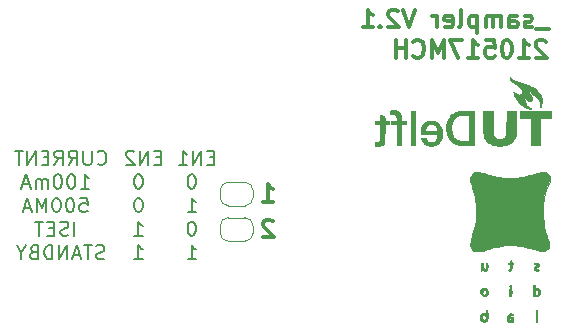
<source format=gbr>
G04 #@! TF.GenerationSoftware,KiCad,Pcbnew,(5.1.9-0-10_14)*
G04 #@! TF.CreationDate,2021-05-25T14:16:09+02:00*
G04 #@! TF.ProjectId,foodSampler_v21,666f6f64-5361-46d7-906c-65725f763231,rev?*
G04 #@! TF.SameCoordinates,Original*
G04 #@! TF.FileFunction,Legend,Bot*
G04 #@! TF.FilePolarity,Positive*
%FSLAX46Y46*%
G04 Gerber Fmt 4.6, Leading zero omitted, Abs format (unit mm)*
G04 Created by KiCad (PCBNEW (5.1.9-0-10_14)) date 2021-05-25 14:16:09*
%MOMM*%
%LPD*%
G01*
G04 APERTURE LIST*
%ADD10C,0.200000*%
%ADD11C,0.300000*%
%ADD12C,0.150000*%
%ADD13C,0.010000*%
%ADD14C,0.120000*%
G04 APERTURE END LIST*
D10*
X58085714Y-131928571D02*
X58142857Y-131985714D01*
X58314285Y-132042857D01*
X58428571Y-132042857D01*
X58600000Y-131985714D01*
X58714285Y-131871428D01*
X58771428Y-131757142D01*
X58828571Y-131528571D01*
X58828571Y-131357142D01*
X58771428Y-131128571D01*
X58714285Y-131014285D01*
X58600000Y-130900000D01*
X58428571Y-130842857D01*
X58314285Y-130842857D01*
X58142857Y-130900000D01*
X58085714Y-130957142D01*
X57571428Y-130842857D02*
X57571428Y-131814285D01*
X57514285Y-131928571D01*
X57457142Y-131985714D01*
X57342857Y-132042857D01*
X57114285Y-132042857D01*
X57000000Y-131985714D01*
X56942857Y-131928571D01*
X56885714Y-131814285D01*
X56885714Y-130842857D01*
X55628571Y-132042857D02*
X56028571Y-131471428D01*
X56314285Y-132042857D02*
X56314285Y-130842857D01*
X55857142Y-130842857D01*
X55742857Y-130900000D01*
X55685714Y-130957142D01*
X55628571Y-131071428D01*
X55628571Y-131242857D01*
X55685714Y-131357142D01*
X55742857Y-131414285D01*
X55857142Y-131471428D01*
X56314285Y-131471428D01*
X54428571Y-132042857D02*
X54828571Y-131471428D01*
X55114285Y-132042857D02*
X55114285Y-130842857D01*
X54657142Y-130842857D01*
X54542857Y-130900000D01*
X54485714Y-130957142D01*
X54428571Y-131071428D01*
X54428571Y-131242857D01*
X54485714Y-131357142D01*
X54542857Y-131414285D01*
X54657142Y-131471428D01*
X55114285Y-131471428D01*
X53914285Y-131414285D02*
X53514285Y-131414285D01*
X53342857Y-132042857D02*
X53914285Y-132042857D01*
X53914285Y-130842857D01*
X53342857Y-130842857D01*
X52828571Y-132042857D02*
X52828571Y-130842857D01*
X52142857Y-132042857D01*
X52142857Y-130842857D01*
X51742857Y-130842857D02*
X51057142Y-130842857D01*
X51400000Y-132042857D02*
X51400000Y-130842857D01*
X56657142Y-134042857D02*
X57342857Y-134042857D01*
X57000000Y-134042857D02*
X57000000Y-132842857D01*
X57114285Y-133014285D01*
X57228571Y-133128571D01*
X57342857Y-133185714D01*
X55914285Y-132842857D02*
X55800000Y-132842857D01*
X55685714Y-132900000D01*
X55628571Y-132957142D01*
X55571428Y-133071428D01*
X55514285Y-133300000D01*
X55514285Y-133585714D01*
X55571428Y-133814285D01*
X55628571Y-133928571D01*
X55685714Y-133985714D01*
X55800000Y-134042857D01*
X55914285Y-134042857D01*
X56028571Y-133985714D01*
X56085714Y-133928571D01*
X56142857Y-133814285D01*
X56200000Y-133585714D01*
X56200000Y-133300000D01*
X56142857Y-133071428D01*
X56085714Y-132957142D01*
X56028571Y-132900000D01*
X55914285Y-132842857D01*
X54771428Y-132842857D02*
X54657142Y-132842857D01*
X54542857Y-132900000D01*
X54485714Y-132957142D01*
X54428571Y-133071428D01*
X54371428Y-133300000D01*
X54371428Y-133585714D01*
X54428571Y-133814285D01*
X54485714Y-133928571D01*
X54542857Y-133985714D01*
X54657142Y-134042857D01*
X54771428Y-134042857D01*
X54885714Y-133985714D01*
X54942857Y-133928571D01*
X55000000Y-133814285D01*
X55057142Y-133585714D01*
X55057142Y-133300000D01*
X55000000Y-133071428D01*
X54942857Y-132957142D01*
X54885714Y-132900000D01*
X54771428Y-132842857D01*
X53857142Y-134042857D02*
X53857142Y-133242857D01*
X53857142Y-133357142D02*
X53800000Y-133300000D01*
X53685714Y-133242857D01*
X53514285Y-133242857D01*
X53400000Y-133300000D01*
X53342857Y-133414285D01*
X53342857Y-134042857D01*
X53342857Y-133414285D02*
X53285714Y-133300000D01*
X53171428Y-133242857D01*
X53000000Y-133242857D01*
X52885714Y-133300000D01*
X52828571Y-133414285D01*
X52828571Y-134042857D01*
X52314285Y-133700000D02*
X51742857Y-133700000D01*
X52428571Y-134042857D02*
X52028571Y-132842857D01*
X51628571Y-134042857D01*
X56600000Y-134842857D02*
X57171428Y-134842857D01*
X57228571Y-135414285D01*
X57171428Y-135357142D01*
X57057142Y-135300000D01*
X56771428Y-135300000D01*
X56657142Y-135357142D01*
X56600000Y-135414285D01*
X56542857Y-135528571D01*
X56542857Y-135814285D01*
X56600000Y-135928571D01*
X56657142Y-135985714D01*
X56771428Y-136042857D01*
X57057142Y-136042857D01*
X57171428Y-135985714D01*
X57228571Y-135928571D01*
X55800000Y-134842857D02*
X55685714Y-134842857D01*
X55571428Y-134900000D01*
X55514285Y-134957142D01*
X55457142Y-135071428D01*
X55400000Y-135300000D01*
X55400000Y-135585714D01*
X55457142Y-135814285D01*
X55514285Y-135928571D01*
X55571428Y-135985714D01*
X55685714Y-136042857D01*
X55800000Y-136042857D01*
X55914285Y-135985714D01*
X55971428Y-135928571D01*
X56028571Y-135814285D01*
X56085714Y-135585714D01*
X56085714Y-135300000D01*
X56028571Y-135071428D01*
X55971428Y-134957142D01*
X55914285Y-134900000D01*
X55800000Y-134842857D01*
X54657142Y-134842857D02*
X54542857Y-134842857D01*
X54428571Y-134900000D01*
X54371428Y-134957142D01*
X54314285Y-135071428D01*
X54257142Y-135300000D01*
X54257142Y-135585714D01*
X54314285Y-135814285D01*
X54371428Y-135928571D01*
X54428571Y-135985714D01*
X54542857Y-136042857D01*
X54657142Y-136042857D01*
X54771428Y-135985714D01*
X54828571Y-135928571D01*
X54885714Y-135814285D01*
X54942857Y-135585714D01*
X54942857Y-135300000D01*
X54885714Y-135071428D01*
X54828571Y-134957142D01*
X54771428Y-134900000D01*
X54657142Y-134842857D01*
X53742857Y-136042857D02*
X53742857Y-134842857D01*
X53342857Y-135700000D01*
X52942857Y-134842857D01*
X52942857Y-136042857D01*
X52428571Y-135700000D02*
X51857142Y-135700000D01*
X52542857Y-136042857D02*
X52142857Y-134842857D01*
X51742857Y-136042857D01*
X56114285Y-138042857D02*
X56114285Y-136842857D01*
X55600000Y-137985714D02*
X55428571Y-138042857D01*
X55142857Y-138042857D01*
X55028571Y-137985714D01*
X54971428Y-137928571D01*
X54914285Y-137814285D01*
X54914285Y-137700000D01*
X54971428Y-137585714D01*
X55028571Y-137528571D01*
X55142857Y-137471428D01*
X55371428Y-137414285D01*
X55485714Y-137357142D01*
X55542857Y-137300000D01*
X55600000Y-137185714D01*
X55600000Y-137071428D01*
X55542857Y-136957142D01*
X55485714Y-136900000D01*
X55371428Y-136842857D01*
X55085714Y-136842857D01*
X54914285Y-136900000D01*
X54400000Y-137414285D02*
X54000000Y-137414285D01*
X53828571Y-138042857D02*
X54400000Y-138042857D01*
X54400000Y-136842857D01*
X53828571Y-136842857D01*
X53485714Y-136842857D02*
X52800000Y-136842857D01*
X53142857Y-138042857D02*
X53142857Y-136842857D01*
X58657142Y-139985714D02*
X58485714Y-140042857D01*
X58200000Y-140042857D01*
X58085714Y-139985714D01*
X58028571Y-139928571D01*
X57971428Y-139814285D01*
X57971428Y-139700000D01*
X58028571Y-139585714D01*
X58085714Y-139528571D01*
X58200000Y-139471428D01*
X58428571Y-139414285D01*
X58542857Y-139357142D01*
X58600000Y-139300000D01*
X58657142Y-139185714D01*
X58657142Y-139071428D01*
X58600000Y-138957142D01*
X58542857Y-138900000D01*
X58428571Y-138842857D01*
X58142857Y-138842857D01*
X57971428Y-138900000D01*
X57628571Y-138842857D02*
X56942857Y-138842857D01*
X57285714Y-140042857D02*
X57285714Y-138842857D01*
X56600000Y-139700000D02*
X56028571Y-139700000D01*
X56714285Y-140042857D02*
X56314285Y-138842857D01*
X55914285Y-140042857D01*
X55514285Y-140042857D02*
X55514285Y-138842857D01*
X54828571Y-140042857D01*
X54828571Y-138842857D01*
X54257142Y-140042857D02*
X54257142Y-138842857D01*
X53971428Y-138842857D01*
X53800000Y-138900000D01*
X53685714Y-139014285D01*
X53628571Y-139128571D01*
X53571428Y-139357142D01*
X53571428Y-139528571D01*
X53628571Y-139757142D01*
X53685714Y-139871428D01*
X53800000Y-139985714D01*
X53971428Y-140042857D01*
X54257142Y-140042857D01*
X52657142Y-139414285D02*
X52485714Y-139471428D01*
X52428571Y-139528571D01*
X52371428Y-139642857D01*
X52371428Y-139814285D01*
X52428571Y-139928571D01*
X52485714Y-139985714D01*
X52600000Y-140042857D01*
X53057142Y-140042857D01*
X53057142Y-138842857D01*
X52657142Y-138842857D01*
X52542857Y-138900000D01*
X52485714Y-138957142D01*
X52428571Y-139071428D01*
X52428571Y-139185714D01*
X52485714Y-139300000D01*
X52542857Y-139357142D01*
X52657142Y-139414285D01*
X53057142Y-139414285D01*
X51628571Y-139471428D02*
X51628571Y-140042857D01*
X52028571Y-138842857D02*
X51628571Y-139471428D01*
X51228571Y-138842857D01*
X63457142Y-131414285D02*
X63057142Y-131414285D01*
X62885714Y-132042857D02*
X63457142Y-132042857D01*
X63457142Y-130842857D01*
X62885714Y-130842857D01*
X62371428Y-132042857D02*
X62371428Y-130842857D01*
X61685714Y-132042857D01*
X61685714Y-130842857D01*
X61171428Y-130957142D02*
X61114285Y-130900000D01*
X61000000Y-130842857D01*
X60714285Y-130842857D01*
X60600000Y-130900000D01*
X60542857Y-130957142D01*
X60485714Y-131071428D01*
X60485714Y-131185714D01*
X60542857Y-131357142D01*
X61228571Y-132042857D01*
X60485714Y-132042857D01*
X61600000Y-132842857D02*
X61485714Y-132842857D01*
X61371428Y-132900000D01*
X61314285Y-132957142D01*
X61257142Y-133071428D01*
X61200000Y-133300000D01*
X61200000Y-133585714D01*
X61257142Y-133814285D01*
X61314285Y-133928571D01*
X61371428Y-133985714D01*
X61485714Y-134042857D01*
X61600000Y-134042857D01*
X61714285Y-133985714D01*
X61771428Y-133928571D01*
X61828571Y-133814285D01*
X61885714Y-133585714D01*
X61885714Y-133300000D01*
X61828571Y-133071428D01*
X61771428Y-132957142D01*
X61714285Y-132900000D01*
X61600000Y-132842857D01*
X61600000Y-134842857D02*
X61485714Y-134842857D01*
X61371428Y-134900000D01*
X61314285Y-134957142D01*
X61257142Y-135071428D01*
X61200000Y-135300000D01*
X61200000Y-135585714D01*
X61257142Y-135814285D01*
X61314285Y-135928571D01*
X61371428Y-135985714D01*
X61485714Y-136042857D01*
X61600000Y-136042857D01*
X61714285Y-135985714D01*
X61771428Y-135928571D01*
X61828571Y-135814285D01*
X61885714Y-135585714D01*
X61885714Y-135300000D01*
X61828571Y-135071428D01*
X61771428Y-134957142D01*
X61714285Y-134900000D01*
X61600000Y-134842857D01*
X61200000Y-138042857D02*
X61885714Y-138042857D01*
X61542857Y-138042857D02*
X61542857Y-136842857D01*
X61657142Y-137014285D01*
X61771428Y-137128571D01*
X61885714Y-137185714D01*
X61200000Y-140042857D02*
X61885714Y-140042857D01*
X61542857Y-140042857D02*
X61542857Y-138842857D01*
X61657142Y-139014285D01*
X61771428Y-139128571D01*
X61885714Y-139185714D01*
X67957142Y-131414285D02*
X67557142Y-131414285D01*
X67385714Y-132042857D02*
X67957142Y-132042857D01*
X67957142Y-130842857D01*
X67385714Y-130842857D01*
X66871428Y-132042857D02*
X66871428Y-130842857D01*
X66185714Y-132042857D01*
X66185714Y-130842857D01*
X64985714Y-132042857D02*
X65671428Y-132042857D01*
X65328571Y-132042857D02*
X65328571Y-130842857D01*
X65442857Y-131014285D01*
X65557142Y-131128571D01*
X65671428Y-131185714D01*
X66100000Y-132842857D02*
X65985714Y-132842857D01*
X65871428Y-132900000D01*
X65814285Y-132957142D01*
X65757142Y-133071428D01*
X65700000Y-133300000D01*
X65700000Y-133585714D01*
X65757142Y-133814285D01*
X65814285Y-133928571D01*
X65871428Y-133985714D01*
X65985714Y-134042857D01*
X66100000Y-134042857D01*
X66214285Y-133985714D01*
X66271428Y-133928571D01*
X66328571Y-133814285D01*
X66385714Y-133585714D01*
X66385714Y-133300000D01*
X66328571Y-133071428D01*
X66271428Y-132957142D01*
X66214285Y-132900000D01*
X66100000Y-132842857D01*
X65700000Y-136042857D02*
X66385714Y-136042857D01*
X66042857Y-136042857D02*
X66042857Y-134842857D01*
X66157142Y-135014285D01*
X66271428Y-135128571D01*
X66385714Y-135185714D01*
X66100000Y-136842857D02*
X65985714Y-136842857D01*
X65871428Y-136900000D01*
X65814285Y-136957142D01*
X65757142Y-137071428D01*
X65700000Y-137300000D01*
X65700000Y-137585714D01*
X65757142Y-137814285D01*
X65814285Y-137928571D01*
X65871428Y-137985714D01*
X65985714Y-138042857D01*
X66100000Y-138042857D01*
X66214285Y-137985714D01*
X66271428Y-137928571D01*
X66328571Y-137814285D01*
X66385714Y-137585714D01*
X66385714Y-137300000D01*
X66328571Y-137071428D01*
X66271428Y-136957142D01*
X66214285Y-136900000D01*
X66100000Y-136842857D01*
X65700000Y-140042857D02*
X66385714Y-140042857D01*
X66042857Y-140042857D02*
X66042857Y-138842857D01*
X66157142Y-139014285D01*
X66271428Y-139128571D01*
X66385714Y-139185714D01*
D11*
X72928571Y-136821428D02*
X72857142Y-136750000D01*
X72714285Y-136678571D01*
X72357142Y-136678571D01*
X72214285Y-136750000D01*
X72142857Y-136821428D01*
X72071428Y-136964285D01*
X72071428Y-137107142D01*
X72142857Y-137321428D01*
X73000000Y-138178571D01*
X72071428Y-138178571D01*
X72071428Y-135178571D02*
X72928571Y-135178571D01*
X72500000Y-135178571D02*
X72500000Y-133678571D01*
X72642857Y-133892857D01*
X72785714Y-134035714D01*
X72928571Y-134107142D01*
D12*
G36*
X94500000Y-138000000D02*
G01*
X91000000Y-138000000D01*
X91000000Y-134000000D01*
X94500000Y-134000000D01*
X94500000Y-138000000D01*
G37*
X94500000Y-138000000D02*
X91000000Y-138000000D01*
X91000000Y-134000000D01*
X94500000Y-134000000D01*
X94500000Y-138000000D01*
D11*
X96305000Y-120546428D02*
X95162142Y-120546428D01*
X94876428Y-120332142D02*
X94733571Y-120403571D01*
X94447857Y-120403571D01*
X94305000Y-120332142D01*
X94233571Y-120189285D01*
X94233571Y-120117857D01*
X94305000Y-119975000D01*
X94447857Y-119903571D01*
X94662142Y-119903571D01*
X94805000Y-119832142D01*
X94876428Y-119689285D01*
X94876428Y-119617857D01*
X94805000Y-119475000D01*
X94662142Y-119403571D01*
X94447857Y-119403571D01*
X94305000Y-119475000D01*
X92947857Y-120403571D02*
X92947857Y-119617857D01*
X93019285Y-119475000D01*
X93162142Y-119403571D01*
X93447857Y-119403571D01*
X93590714Y-119475000D01*
X92947857Y-120332142D02*
X93090714Y-120403571D01*
X93447857Y-120403571D01*
X93590714Y-120332142D01*
X93662142Y-120189285D01*
X93662142Y-120046428D01*
X93590714Y-119903571D01*
X93447857Y-119832142D01*
X93090714Y-119832142D01*
X92947857Y-119760714D01*
X92233571Y-120403571D02*
X92233571Y-119403571D01*
X92233571Y-119546428D02*
X92162142Y-119475000D01*
X92019285Y-119403571D01*
X91805000Y-119403571D01*
X91662142Y-119475000D01*
X91590714Y-119617857D01*
X91590714Y-120403571D01*
X91590714Y-119617857D02*
X91519285Y-119475000D01*
X91376428Y-119403571D01*
X91162142Y-119403571D01*
X91019285Y-119475000D01*
X90947857Y-119617857D01*
X90947857Y-120403571D01*
X90233571Y-119403571D02*
X90233571Y-120903571D01*
X90233571Y-119475000D02*
X90090714Y-119403571D01*
X89805000Y-119403571D01*
X89662142Y-119475000D01*
X89590714Y-119546428D01*
X89519285Y-119689285D01*
X89519285Y-120117857D01*
X89590714Y-120260714D01*
X89662142Y-120332142D01*
X89805000Y-120403571D01*
X90090714Y-120403571D01*
X90233571Y-120332142D01*
X88662142Y-120403571D02*
X88805000Y-120332142D01*
X88876428Y-120189285D01*
X88876428Y-118903571D01*
X87519285Y-120332142D02*
X87662142Y-120403571D01*
X87947857Y-120403571D01*
X88090714Y-120332142D01*
X88162142Y-120189285D01*
X88162142Y-119617857D01*
X88090714Y-119475000D01*
X87947857Y-119403571D01*
X87662142Y-119403571D01*
X87519285Y-119475000D01*
X87447857Y-119617857D01*
X87447857Y-119760714D01*
X88162142Y-119903571D01*
X86805000Y-120403571D02*
X86805000Y-119403571D01*
X86805000Y-119689285D02*
X86733571Y-119546428D01*
X86662142Y-119475000D01*
X86519285Y-119403571D01*
X86376428Y-119403571D01*
X84947857Y-118903571D02*
X84447857Y-120403571D01*
X83947857Y-118903571D01*
X83519285Y-119046428D02*
X83447857Y-118975000D01*
X83305000Y-118903571D01*
X82947857Y-118903571D01*
X82805000Y-118975000D01*
X82733571Y-119046428D01*
X82662142Y-119189285D01*
X82662142Y-119332142D01*
X82733571Y-119546428D01*
X83590714Y-120403571D01*
X82662142Y-120403571D01*
X82019285Y-120260714D02*
X81947857Y-120332142D01*
X82019285Y-120403571D01*
X82090714Y-120332142D01*
X82019285Y-120260714D01*
X82019285Y-120403571D01*
X80519285Y-120403571D02*
X81376428Y-120403571D01*
X80947857Y-120403571D02*
X80947857Y-118903571D01*
X81090714Y-119117857D01*
X81233571Y-119260714D01*
X81376428Y-119332142D01*
X96019285Y-121596428D02*
X95947857Y-121525000D01*
X95805000Y-121453571D01*
X95447857Y-121453571D01*
X95305000Y-121525000D01*
X95233571Y-121596428D01*
X95162142Y-121739285D01*
X95162142Y-121882142D01*
X95233571Y-122096428D01*
X96090714Y-122953571D01*
X95162142Y-122953571D01*
X93733571Y-122953571D02*
X94590714Y-122953571D01*
X94162142Y-122953571D02*
X94162142Y-121453571D01*
X94305000Y-121667857D01*
X94447857Y-121810714D01*
X94590714Y-121882142D01*
X92804999Y-121453571D02*
X92662142Y-121453571D01*
X92519285Y-121525000D01*
X92447857Y-121596428D01*
X92376428Y-121739285D01*
X92305000Y-122025000D01*
X92305000Y-122382142D01*
X92376428Y-122667857D01*
X92447857Y-122810714D01*
X92519285Y-122882142D01*
X92662142Y-122953571D01*
X92804999Y-122953571D01*
X92947857Y-122882142D01*
X93019285Y-122810714D01*
X93090714Y-122667857D01*
X93162142Y-122382142D01*
X93162142Y-122025000D01*
X93090714Y-121739285D01*
X93019285Y-121596428D01*
X92947857Y-121525000D01*
X92804999Y-121453571D01*
X90947857Y-121453571D02*
X91662142Y-121453571D01*
X91733571Y-122167857D01*
X91662142Y-122096428D01*
X91519285Y-122025000D01*
X91162142Y-122025000D01*
X91019285Y-122096428D01*
X90947857Y-122167857D01*
X90876428Y-122310714D01*
X90876428Y-122667857D01*
X90947857Y-122810714D01*
X91019285Y-122882142D01*
X91162142Y-122953571D01*
X91519285Y-122953571D01*
X91662142Y-122882142D01*
X91733571Y-122810714D01*
X89447857Y-122953571D02*
X90304999Y-122953571D01*
X89876428Y-122953571D02*
X89876428Y-121453571D01*
X90019285Y-121667857D01*
X90162142Y-121810714D01*
X90304999Y-121882142D01*
X88947857Y-121453571D02*
X87947857Y-121453571D01*
X88590714Y-122953571D01*
X87376428Y-122953571D02*
X87376428Y-121453571D01*
X86876428Y-122525000D01*
X86376428Y-121453571D01*
X86376428Y-122953571D01*
X84804999Y-122810714D02*
X84876428Y-122882142D01*
X85090714Y-122953571D01*
X85233571Y-122953571D01*
X85447857Y-122882142D01*
X85590714Y-122739285D01*
X85662142Y-122596428D01*
X85733571Y-122310714D01*
X85733571Y-122096428D01*
X85662142Y-121810714D01*
X85590714Y-121667857D01*
X85447857Y-121525000D01*
X85233571Y-121453571D01*
X85090714Y-121453571D01*
X84876428Y-121525000D01*
X84804999Y-121596428D01*
X84162142Y-122953571D02*
X84162142Y-121453571D01*
X84162142Y-122167857D02*
X83305000Y-122167857D01*
X83305000Y-122953571D02*
X83305000Y-121453571D01*
D13*
G36*
X92700498Y-129373250D02*
G01*
X92681644Y-129441759D01*
X92651375Y-129528882D01*
X92611296Y-129606421D01*
X92561720Y-129673991D01*
X92502961Y-129731202D01*
X92435332Y-129777668D01*
X92392639Y-129799330D01*
X92347010Y-129817739D01*
X92302032Y-129831021D01*
X92253654Y-129840011D01*
X92197822Y-129845545D01*
X92158796Y-129847564D01*
X92089424Y-129848449D01*
X92029596Y-129844924D01*
X91975297Y-129836482D01*
X91922512Y-129822614D01*
X91898707Y-129814654D01*
X91838809Y-129789824D01*
X91786700Y-129759568D01*
X91737549Y-129720808D01*
X91709037Y-129693760D01*
X91656197Y-129631392D01*
X91613972Y-129560442D01*
X91582182Y-129480510D01*
X91560648Y-129391196D01*
X91554366Y-129348741D01*
X91553183Y-129331665D01*
X91552097Y-129300762D01*
X91551112Y-129256315D01*
X91550228Y-129198606D01*
X91549447Y-129127920D01*
X91548773Y-129044540D01*
X91548207Y-128948748D01*
X91547752Y-128840828D01*
X91547408Y-128721064D01*
X91547180Y-128589738D01*
X91547068Y-128447135D01*
X91547056Y-128380366D01*
X91547056Y-127471778D01*
X90749778Y-127471778D01*
X90749908Y-128433097D01*
X90749928Y-128573752D01*
X90749967Y-128701062D01*
X90750050Y-128815795D01*
X90750201Y-128918715D01*
X90750446Y-129010591D01*
X90750809Y-129092188D01*
X90751315Y-129164274D01*
X90751991Y-129227614D01*
X90752859Y-129282976D01*
X90753947Y-129331125D01*
X90755278Y-129372829D01*
X90756877Y-129408853D01*
X90758771Y-129439965D01*
X90760982Y-129466931D01*
X90763538Y-129490517D01*
X90766463Y-129511491D01*
X90769781Y-129530618D01*
X90773518Y-129548665D01*
X90777698Y-129566399D01*
X90782348Y-129584586D01*
X90787491Y-129603993D01*
X90788216Y-129606715D01*
X90825183Y-129719707D01*
X90873731Y-129824761D01*
X90933687Y-129921746D01*
X91004875Y-130010532D01*
X91087122Y-130090987D01*
X91180255Y-130162980D01*
X91284098Y-130226381D01*
X91398479Y-130281057D01*
X91523224Y-130326879D01*
X91658157Y-130363715D01*
X91803106Y-130391434D01*
X91836659Y-130396342D01*
X91865595Y-130399431D01*
X91905169Y-130402353D01*
X91952684Y-130405027D01*
X92005442Y-130407372D01*
X92060747Y-130409308D01*
X92115901Y-130410754D01*
X92168206Y-130411630D01*
X92214966Y-130411854D01*
X92253482Y-130411347D01*
X92281058Y-130410027D01*
X92284362Y-130409727D01*
X92346979Y-130403214D01*
X92398887Y-130397248D01*
X92443451Y-130391369D01*
X92484037Y-130385121D01*
X92524010Y-130378042D01*
X92541889Y-130374621D01*
X92679284Y-130342160D01*
X92806954Y-130300344D01*
X92924663Y-130249369D01*
X93032174Y-130189433D01*
X93129248Y-130120734D01*
X93215649Y-130043468D01*
X93291140Y-129957834D01*
X93355482Y-129864029D01*
X93408438Y-129762250D01*
X93449772Y-129652694D01*
X93462336Y-129609238D01*
X93467671Y-129589217D01*
X93472496Y-129570709D01*
X93476838Y-129552947D01*
X93480721Y-129535161D01*
X93484171Y-129516583D01*
X93487214Y-129496445D01*
X93489875Y-129473977D01*
X93492180Y-129448412D01*
X93494155Y-129418981D01*
X93495825Y-129384915D01*
X93497216Y-129345445D01*
X93498353Y-129299804D01*
X93499262Y-129247223D01*
X93499969Y-129186932D01*
X93500499Y-129118164D01*
X93500878Y-129040151D01*
X93501132Y-128952122D01*
X93501285Y-128853311D01*
X93501364Y-128742948D01*
X93501395Y-128620265D01*
X93501402Y-128484494D01*
X93501403Y-128436625D01*
X93501445Y-127471778D01*
X92704604Y-127471778D01*
X92700498Y-129373250D01*
G37*
X92700498Y-129373250D02*
X92681644Y-129441759D01*
X92651375Y-129528882D01*
X92611296Y-129606421D01*
X92561720Y-129673991D01*
X92502961Y-129731202D01*
X92435332Y-129777668D01*
X92392639Y-129799330D01*
X92347010Y-129817739D01*
X92302032Y-129831021D01*
X92253654Y-129840011D01*
X92197822Y-129845545D01*
X92158796Y-129847564D01*
X92089424Y-129848449D01*
X92029596Y-129844924D01*
X91975297Y-129836482D01*
X91922512Y-129822614D01*
X91898707Y-129814654D01*
X91838809Y-129789824D01*
X91786700Y-129759568D01*
X91737549Y-129720808D01*
X91709037Y-129693760D01*
X91656197Y-129631392D01*
X91613972Y-129560442D01*
X91582182Y-129480510D01*
X91560648Y-129391196D01*
X91554366Y-129348741D01*
X91553183Y-129331665D01*
X91552097Y-129300762D01*
X91551112Y-129256315D01*
X91550228Y-129198606D01*
X91549447Y-129127920D01*
X91548773Y-129044540D01*
X91548207Y-128948748D01*
X91547752Y-128840828D01*
X91547408Y-128721064D01*
X91547180Y-128589738D01*
X91547068Y-128447135D01*
X91547056Y-128380366D01*
X91547056Y-127471778D01*
X90749778Y-127471778D01*
X90749908Y-128433097D01*
X90749928Y-128573752D01*
X90749967Y-128701062D01*
X90750050Y-128815795D01*
X90750201Y-128918715D01*
X90750446Y-129010591D01*
X90750809Y-129092188D01*
X90751315Y-129164274D01*
X90751991Y-129227614D01*
X90752859Y-129282976D01*
X90753947Y-129331125D01*
X90755278Y-129372829D01*
X90756877Y-129408853D01*
X90758771Y-129439965D01*
X90760982Y-129466931D01*
X90763538Y-129490517D01*
X90766463Y-129511491D01*
X90769781Y-129530618D01*
X90773518Y-129548665D01*
X90777698Y-129566399D01*
X90782348Y-129584586D01*
X90787491Y-129603993D01*
X90788216Y-129606715D01*
X90825183Y-129719707D01*
X90873731Y-129824761D01*
X90933687Y-129921746D01*
X91004875Y-130010532D01*
X91087122Y-130090987D01*
X91180255Y-130162980D01*
X91284098Y-130226381D01*
X91398479Y-130281057D01*
X91523224Y-130326879D01*
X91658157Y-130363715D01*
X91803106Y-130391434D01*
X91836659Y-130396342D01*
X91865595Y-130399431D01*
X91905169Y-130402353D01*
X91952684Y-130405027D01*
X92005442Y-130407372D01*
X92060747Y-130409308D01*
X92115901Y-130410754D01*
X92168206Y-130411630D01*
X92214966Y-130411854D01*
X92253482Y-130411347D01*
X92281058Y-130410027D01*
X92284362Y-130409727D01*
X92346979Y-130403214D01*
X92398887Y-130397248D01*
X92443451Y-130391369D01*
X92484037Y-130385121D01*
X92524010Y-130378042D01*
X92541889Y-130374621D01*
X92679284Y-130342160D01*
X92806954Y-130300344D01*
X92924663Y-130249369D01*
X93032174Y-130189433D01*
X93129248Y-130120734D01*
X93215649Y-130043468D01*
X93291140Y-129957834D01*
X93355482Y-129864029D01*
X93408438Y-129762250D01*
X93449772Y-129652694D01*
X93462336Y-129609238D01*
X93467671Y-129589217D01*
X93472496Y-129570709D01*
X93476838Y-129552947D01*
X93480721Y-129535161D01*
X93484171Y-129516583D01*
X93487214Y-129496445D01*
X93489875Y-129473977D01*
X93492180Y-129448412D01*
X93494155Y-129418981D01*
X93495825Y-129384915D01*
X93497216Y-129345445D01*
X93498353Y-129299804D01*
X93499262Y-129247223D01*
X93499969Y-129186932D01*
X93500499Y-129118164D01*
X93500878Y-129040151D01*
X93501132Y-128952122D01*
X93501285Y-128853311D01*
X93501364Y-128742948D01*
X93501395Y-128620265D01*
X93501402Y-128484494D01*
X93501403Y-128436625D01*
X93501445Y-127471778D01*
X92704604Y-127471778D01*
X92700498Y-129373250D01*
G36*
X86269624Y-128291774D02*
G01*
X86212183Y-128293826D01*
X86159329Y-128297451D01*
X86114552Y-128302589D01*
X86089584Y-128307120D01*
X85989166Y-128334680D01*
X85899084Y-128370051D01*
X85817266Y-128414315D01*
X85741645Y-128468556D01*
X85685703Y-128518416D01*
X85616739Y-128595051D01*
X85557820Y-128681402D01*
X85508897Y-128777564D01*
X85469921Y-128883636D01*
X85440844Y-128999713D01*
X85439536Y-129006361D01*
X85434758Y-129040119D01*
X85430801Y-129087912D01*
X85427664Y-129149757D01*
X85425345Y-129225669D01*
X85424941Y-129244486D01*
X85421296Y-129426167D01*
X86848056Y-129426167D01*
X86848032Y-129445570D01*
X86847391Y-129460303D01*
X86845673Y-129485363D01*
X86843151Y-129517028D01*
X86840605Y-129546111D01*
X86825961Y-129655551D01*
X86803041Y-129754159D01*
X86771939Y-129841791D01*
X86732751Y-129918301D01*
X86685569Y-129983544D01*
X86630489Y-130037375D01*
X86567603Y-130079648D01*
X86497008Y-130110217D01*
X86469870Y-130118290D01*
X86425400Y-130126749D01*
X86371706Y-130131787D01*
X86313264Y-130133354D01*
X86254552Y-130131403D01*
X86200046Y-130125886D01*
X86174250Y-130121471D01*
X86100671Y-130100310D01*
X86036274Y-130068484D01*
X85981014Y-130025946D01*
X85934843Y-129972646D01*
X85897715Y-129908538D01*
X85869584Y-129833572D01*
X85860001Y-129796951D01*
X85844428Y-129729556D01*
X85443361Y-129729556D01*
X85447905Y-129756014D01*
X85472443Y-129862424D01*
X85507893Y-129959940D01*
X85554097Y-130048421D01*
X85610899Y-130127726D01*
X85678143Y-130197714D01*
X85755673Y-130258245D01*
X85843331Y-130309179D01*
X85940961Y-130350375D01*
X86048408Y-130381692D01*
X86165514Y-130402990D01*
X86168335Y-130403363D01*
X86208976Y-130407434D01*
X86258027Y-130410415D01*
X86311199Y-130412222D01*
X86364201Y-130412771D01*
X86412743Y-130411979D01*
X86452534Y-130409762D01*
X86460000Y-130409042D01*
X86562085Y-130392527D01*
X86661002Y-130365621D01*
X86753991Y-130329269D01*
X86838291Y-130284417D01*
X86855100Y-130273698D01*
X86887721Y-130249539D01*
X86924999Y-130217704D01*
X86963117Y-130181798D01*
X86998256Y-130145427D01*
X87026597Y-130112196D01*
X87027864Y-130110556D01*
X87086090Y-130023280D01*
X87134775Y-129925675D01*
X87173889Y-129817829D01*
X87203407Y-129699833D01*
X87223300Y-129571778D01*
X87233541Y-129433754D01*
X87233561Y-129433222D01*
X87233445Y-129297742D01*
X87222916Y-129168140D01*
X87221225Y-129158056D01*
X86839267Y-129158056D01*
X85825000Y-129158056D01*
X85825140Y-129113959D01*
X85831950Y-129019228D01*
X85851287Y-128926073D01*
X85882406Y-128837744D01*
X85894093Y-128812334D01*
X85933477Y-128745909D01*
X85981688Y-128689439D01*
X86037747Y-128643941D01*
X86079000Y-128620205D01*
X86150056Y-128592127D01*
X86226307Y-128574273D01*
X86304867Y-128566726D01*
X86382855Y-128569571D01*
X86457385Y-128582892D01*
X86525573Y-128606773D01*
X86526401Y-128607151D01*
X86597138Y-128647164D01*
X86659385Y-128698213D01*
X86712891Y-128759875D01*
X86757401Y-128831730D01*
X86792664Y-128913354D01*
X86818426Y-129004327D01*
X86834434Y-129104226D01*
X86836384Y-129124542D01*
X86839267Y-129158056D01*
X87221225Y-129158056D01*
X87202266Y-129045041D01*
X87171789Y-128929068D01*
X87131779Y-128820845D01*
X87082530Y-128720996D01*
X87024334Y-128630144D01*
X86957486Y-128548914D01*
X86882279Y-128477929D01*
X86799008Y-128417813D01*
X86739825Y-128384419D01*
X86685242Y-128360080D01*
X86621928Y-128337283D01*
X86555262Y-128317735D01*
X86490621Y-128303145D01*
X86475503Y-128300488D01*
X86434593Y-128295651D01*
X86384318Y-128292626D01*
X86328165Y-128291354D01*
X86269624Y-128291774D01*
G37*
X86269624Y-128291774D02*
X86212183Y-128293826D01*
X86159329Y-128297451D01*
X86114552Y-128302589D01*
X86089584Y-128307120D01*
X85989166Y-128334680D01*
X85899084Y-128370051D01*
X85817266Y-128414315D01*
X85741645Y-128468556D01*
X85685703Y-128518416D01*
X85616739Y-128595051D01*
X85557820Y-128681402D01*
X85508897Y-128777564D01*
X85469921Y-128883636D01*
X85440844Y-128999713D01*
X85439536Y-129006361D01*
X85434758Y-129040119D01*
X85430801Y-129087912D01*
X85427664Y-129149757D01*
X85425345Y-129225669D01*
X85424941Y-129244486D01*
X85421296Y-129426167D01*
X86848056Y-129426167D01*
X86848032Y-129445570D01*
X86847391Y-129460303D01*
X86845673Y-129485363D01*
X86843151Y-129517028D01*
X86840605Y-129546111D01*
X86825961Y-129655551D01*
X86803041Y-129754159D01*
X86771939Y-129841791D01*
X86732751Y-129918301D01*
X86685569Y-129983544D01*
X86630489Y-130037375D01*
X86567603Y-130079648D01*
X86497008Y-130110217D01*
X86469870Y-130118290D01*
X86425400Y-130126749D01*
X86371706Y-130131787D01*
X86313264Y-130133354D01*
X86254552Y-130131403D01*
X86200046Y-130125886D01*
X86174250Y-130121471D01*
X86100671Y-130100310D01*
X86036274Y-130068484D01*
X85981014Y-130025946D01*
X85934843Y-129972646D01*
X85897715Y-129908538D01*
X85869584Y-129833572D01*
X85860001Y-129796951D01*
X85844428Y-129729556D01*
X85443361Y-129729556D01*
X85447905Y-129756014D01*
X85472443Y-129862424D01*
X85507893Y-129959940D01*
X85554097Y-130048421D01*
X85610899Y-130127726D01*
X85678143Y-130197714D01*
X85755673Y-130258245D01*
X85843331Y-130309179D01*
X85940961Y-130350375D01*
X86048408Y-130381692D01*
X86165514Y-130402990D01*
X86168335Y-130403363D01*
X86208976Y-130407434D01*
X86258027Y-130410415D01*
X86311199Y-130412222D01*
X86364201Y-130412771D01*
X86412743Y-130411979D01*
X86452534Y-130409762D01*
X86460000Y-130409042D01*
X86562085Y-130392527D01*
X86661002Y-130365621D01*
X86753991Y-130329269D01*
X86838291Y-130284417D01*
X86855100Y-130273698D01*
X86887721Y-130249539D01*
X86924999Y-130217704D01*
X86963117Y-130181798D01*
X86998256Y-130145427D01*
X87026597Y-130112196D01*
X87027864Y-130110556D01*
X87086090Y-130023280D01*
X87134775Y-129925675D01*
X87173889Y-129817829D01*
X87203407Y-129699833D01*
X87223300Y-129571778D01*
X87233541Y-129433754D01*
X87233561Y-129433222D01*
X87233445Y-129297742D01*
X87222916Y-129168140D01*
X87221225Y-129158056D01*
X86839267Y-129158056D01*
X85825000Y-129158056D01*
X85825140Y-129113959D01*
X85831950Y-129019228D01*
X85851287Y-128926073D01*
X85882406Y-128837744D01*
X85894093Y-128812334D01*
X85933477Y-128745909D01*
X85981688Y-128689439D01*
X86037747Y-128643941D01*
X86079000Y-128620205D01*
X86150056Y-128592127D01*
X86226307Y-128574273D01*
X86304867Y-128566726D01*
X86382855Y-128569571D01*
X86457385Y-128582892D01*
X86525573Y-128606773D01*
X86526401Y-128607151D01*
X86597138Y-128647164D01*
X86659385Y-128698213D01*
X86712891Y-128759875D01*
X86757401Y-128831730D01*
X86792664Y-128913354D01*
X86818426Y-129004327D01*
X86834434Y-129104226D01*
X86836384Y-129124542D01*
X86839267Y-129158056D01*
X87221225Y-129158056D01*
X87202266Y-129045041D01*
X87171789Y-128929068D01*
X87131779Y-128820845D01*
X87082530Y-128720996D01*
X87024334Y-128630144D01*
X86957486Y-128548914D01*
X86882279Y-128477929D01*
X86799008Y-128417813D01*
X86739825Y-128384419D01*
X86685242Y-128360080D01*
X86621928Y-128337283D01*
X86555262Y-128317735D01*
X86490621Y-128303145D01*
X86475503Y-128300488D01*
X86434593Y-128295651D01*
X86384318Y-128292626D01*
X86328165Y-128291354D01*
X86269624Y-128291774D01*
G36*
X81991066Y-127810191D02*
G01*
X81989936Y-127829581D01*
X81988931Y-127860038D01*
X81988083Y-127900038D01*
X81987422Y-127948061D01*
X81986979Y-128002582D01*
X81986785Y-128062080D01*
X81986778Y-128075028D01*
X81986778Y-128346667D01*
X81528167Y-128346667D01*
X81528167Y-128614778D01*
X81986778Y-128614778D01*
X81986709Y-129290347D01*
X81986640Y-129965917D01*
X81970188Y-130001246D01*
X81943809Y-130041848D01*
X81906491Y-130075897D01*
X81867560Y-130098118D01*
X81836659Y-130107413D01*
X81795293Y-130113508D01*
X81746744Y-130116396D01*
X81694293Y-130116069D01*
X81641221Y-130112518D01*
X81590808Y-130105735D01*
X81558153Y-130098884D01*
X81542278Y-130094915D01*
X81542278Y-130243846D01*
X81542517Y-130287973D01*
X81543184Y-130326912D01*
X81544206Y-130358607D01*
X81545510Y-130381000D01*
X81547024Y-130392035D01*
X81547570Y-130392834D01*
X81556261Y-130393684D01*
X81576023Y-130395957D01*
X81603926Y-130399308D01*
X81637042Y-130403390D01*
X81637260Y-130403418D01*
X81693837Y-130408702D01*
X81758303Y-130411815D01*
X81825628Y-130412720D01*
X81890781Y-130411375D01*
X81948730Y-130407740D01*
X81965612Y-130406009D01*
X82045336Y-130392776D01*
X82118123Y-130372592D01*
X82182254Y-130346134D01*
X82236013Y-130314081D01*
X82269202Y-130286071D01*
X82300461Y-130249654D01*
X82325301Y-130208253D01*
X82345629Y-130158327D01*
X82355635Y-130125754D01*
X82358076Y-130116841D01*
X82360243Y-130107945D01*
X82362156Y-130098205D01*
X82363833Y-130086759D01*
X82365295Y-130072744D01*
X82366559Y-130055299D01*
X82367647Y-130033561D01*
X82368576Y-130006668D01*
X82369367Y-129973758D01*
X82370038Y-129933968D01*
X82370610Y-129886437D01*
X82371101Y-129830302D01*
X82371530Y-129764702D01*
X82371917Y-129688773D01*
X82372282Y-129601655D01*
X82372643Y-129502484D01*
X82373021Y-129390398D01*
X82373175Y-129343264D01*
X82375561Y-128614778D01*
X82713500Y-128614778D01*
X82713500Y-128346667D01*
X82375041Y-128346667D01*
X82373173Y-128133610D01*
X82371306Y-127920554D01*
X82184555Y-127861972D01*
X82135653Y-127846691D01*
X82091138Y-127832897D01*
X82052789Y-127821130D01*
X82022383Y-127811932D01*
X82001698Y-127805845D01*
X81992511Y-127803411D01*
X81992291Y-127803389D01*
X81991066Y-127810191D01*
G37*
X81991066Y-127810191D02*
X81989936Y-127829581D01*
X81988931Y-127860038D01*
X81988083Y-127900038D01*
X81987422Y-127948061D01*
X81986979Y-128002582D01*
X81986785Y-128062080D01*
X81986778Y-128075028D01*
X81986778Y-128346667D01*
X81528167Y-128346667D01*
X81528167Y-128614778D01*
X81986778Y-128614778D01*
X81986709Y-129290347D01*
X81986640Y-129965917D01*
X81970188Y-130001246D01*
X81943809Y-130041848D01*
X81906491Y-130075897D01*
X81867560Y-130098118D01*
X81836659Y-130107413D01*
X81795293Y-130113508D01*
X81746744Y-130116396D01*
X81694293Y-130116069D01*
X81641221Y-130112518D01*
X81590808Y-130105735D01*
X81558153Y-130098884D01*
X81542278Y-130094915D01*
X81542278Y-130243846D01*
X81542517Y-130287973D01*
X81543184Y-130326912D01*
X81544206Y-130358607D01*
X81545510Y-130381000D01*
X81547024Y-130392035D01*
X81547570Y-130392834D01*
X81556261Y-130393684D01*
X81576023Y-130395957D01*
X81603926Y-130399308D01*
X81637042Y-130403390D01*
X81637260Y-130403418D01*
X81693837Y-130408702D01*
X81758303Y-130411815D01*
X81825628Y-130412720D01*
X81890781Y-130411375D01*
X81948730Y-130407740D01*
X81965612Y-130406009D01*
X82045336Y-130392776D01*
X82118123Y-130372592D01*
X82182254Y-130346134D01*
X82236013Y-130314081D01*
X82269202Y-130286071D01*
X82300461Y-130249654D01*
X82325301Y-130208253D01*
X82345629Y-130158327D01*
X82355635Y-130125754D01*
X82358076Y-130116841D01*
X82360243Y-130107945D01*
X82362156Y-130098205D01*
X82363833Y-130086759D01*
X82365295Y-130072744D01*
X82366559Y-130055299D01*
X82367647Y-130033561D01*
X82368576Y-130006668D01*
X82369367Y-129973758D01*
X82370038Y-129933968D01*
X82370610Y-129886437D01*
X82371101Y-129830302D01*
X82371530Y-129764702D01*
X82371917Y-129688773D01*
X82372282Y-129601655D01*
X82372643Y-129502484D01*
X82373021Y-129390398D01*
X82373175Y-129343264D01*
X82375561Y-128614778D01*
X82713500Y-128614778D01*
X82713500Y-128346667D01*
X82375041Y-128346667D01*
X82373173Y-128133610D01*
X82371306Y-127920554D01*
X82184555Y-127861972D01*
X82135653Y-127846691D01*
X82091138Y-127832897D01*
X82052789Y-127821130D01*
X82022383Y-127811932D01*
X82001698Y-127805845D01*
X81992511Y-127803411D01*
X81992291Y-127803389D01*
X81991066Y-127810191D01*
G36*
X93875389Y-128029167D02*
G01*
X94771445Y-128029167D01*
X94771445Y-130357500D01*
X95568723Y-130357500D01*
X95568723Y-128029167D01*
X96464778Y-128029167D01*
X96464778Y-127471778D01*
X93875389Y-127471778D01*
X93875389Y-128029167D01*
G37*
X93875389Y-128029167D02*
X94771445Y-128029167D01*
X94771445Y-130357500D01*
X95568723Y-130357500D01*
X95568723Y-128029167D01*
X96464778Y-128029167D01*
X96464778Y-127471778D01*
X93875389Y-127471778D01*
X93875389Y-128029167D01*
G36*
X89282670Y-127471877D02*
G01*
X89182070Y-127472170D01*
X89090244Y-127472647D01*
X89007933Y-127473300D01*
X88935874Y-127474120D01*
X88874808Y-127475098D01*
X88825472Y-127476225D01*
X88788607Y-127477493D01*
X88764951Y-127478894D01*
X88761597Y-127479218D01*
X88620678Y-127500541D01*
X88488124Y-127532932D01*
X88364110Y-127576279D01*
X88248809Y-127630471D01*
X88142395Y-127695395D01*
X88045041Y-127770939D01*
X87956920Y-127856991D01*
X87878206Y-127953439D01*
X87809072Y-128060172D01*
X87780127Y-128113486D01*
X87722634Y-128240600D01*
X87676086Y-128375128D01*
X87640525Y-128515528D01*
X87615991Y-128660255D01*
X87602527Y-128807765D01*
X87600174Y-128956516D01*
X87608975Y-129104963D01*
X87628971Y-129251562D01*
X87660204Y-129394770D01*
X87702716Y-129533044D01*
X87739183Y-129626016D01*
X87797508Y-129745328D01*
X87865293Y-129854171D01*
X87942482Y-129952500D01*
X88029021Y-130040268D01*
X88124856Y-130117428D01*
X88229931Y-130183935D01*
X88344193Y-130239742D01*
X88467585Y-130284802D01*
X88537252Y-130304460D01*
X88569602Y-130312630D01*
X88599370Y-130319825D01*
X88627660Y-130326111D01*
X88655573Y-130331555D01*
X88684213Y-130336225D01*
X88714680Y-130340187D01*
X88748077Y-130343510D01*
X88785507Y-130346259D01*
X88828072Y-130348502D01*
X88876873Y-130350307D01*
X88933014Y-130351740D01*
X88997596Y-130352869D01*
X89071721Y-130353761D01*
X89156493Y-130354482D01*
X89253012Y-130355101D01*
X89362382Y-130355684D01*
X89379237Y-130355769D01*
X89952500Y-130358645D01*
X89952500Y-130005600D01*
X89550334Y-130005600D01*
X89167570Y-130002810D01*
X89083652Y-130002171D01*
X89012553Y-130001546D01*
X88952982Y-130000881D01*
X88903646Y-130000128D01*
X88863254Y-129999235D01*
X88830514Y-129998151D01*
X88804134Y-129996825D01*
X88782823Y-129995206D01*
X88765288Y-129993244D01*
X88750238Y-129990888D01*
X88736381Y-129988087D01*
X88724834Y-129985380D01*
X88615524Y-129952757D01*
X88516423Y-129910605D01*
X88427039Y-129858591D01*
X88346880Y-129796386D01*
X88275453Y-129723658D01*
X88212654Y-129640657D01*
X88155726Y-129543784D01*
X88109186Y-129439561D01*
X88072884Y-129327415D01*
X88046672Y-129206770D01*
X88030401Y-129077053D01*
X88023923Y-128937688D01*
X88023786Y-128911111D01*
X88026310Y-128801362D01*
X88033966Y-128701871D01*
X88047184Y-128609590D01*
X88066397Y-128521471D01*
X88090742Y-128438389D01*
X88133120Y-128328921D01*
X88185075Y-128228914D01*
X88246179Y-128138802D01*
X88316002Y-128059017D01*
X88394117Y-127989992D01*
X88480094Y-127932160D01*
X88573507Y-127885953D01*
X88670603Y-127852707D01*
X88699673Y-127845079D01*
X88727647Y-127838625D01*
X88755991Y-127833251D01*
X88786172Y-127828860D01*
X88819658Y-127825356D01*
X88857913Y-127822642D01*
X88902406Y-127820622D01*
X88954603Y-127819200D01*
X89015970Y-127818280D01*
X89087974Y-127817765D01*
X89172081Y-127817559D01*
X89206375Y-127817542D01*
X89550334Y-127817500D01*
X89550334Y-130005600D01*
X89952500Y-130005600D01*
X89952500Y-127471778D01*
X89391306Y-127471778D01*
X89282670Y-127471877D01*
G37*
X89282670Y-127471877D02*
X89182070Y-127472170D01*
X89090244Y-127472647D01*
X89007933Y-127473300D01*
X88935874Y-127474120D01*
X88874808Y-127475098D01*
X88825472Y-127476225D01*
X88788607Y-127477493D01*
X88764951Y-127478894D01*
X88761597Y-127479218D01*
X88620678Y-127500541D01*
X88488124Y-127532932D01*
X88364110Y-127576279D01*
X88248809Y-127630471D01*
X88142395Y-127695395D01*
X88045041Y-127770939D01*
X87956920Y-127856991D01*
X87878206Y-127953439D01*
X87809072Y-128060172D01*
X87780127Y-128113486D01*
X87722634Y-128240600D01*
X87676086Y-128375128D01*
X87640525Y-128515528D01*
X87615991Y-128660255D01*
X87602527Y-128807765D01*
X87600174Y-128956516D01*
X87608975Y-129104963D01*
X87628971Y-129251562D01*
X87660204Y-129394770D01*
X87702716Y-129533044D01*
X87739183Y-129626016D01*
X87797508Y-129745328D01*
X87865293Y-129854171D01*
X87942482Y-129952500D01*
X88029021Y-130040268D01*
X88124856Y-130117428D01*
X88229931Y-130183935D01*
X88344193Y-130239742D01*
X88467585Y-130284802D01*
X88537252Y-130304460D01*
X88569602Y-130312630D01*
X88599370Y-130319825D01*
X88627660Y-130326111D01*
X88655573Y-130331555D01*
X88684213Y-130336225D01*
X88714680Y-130340187D01*
X88748077Y-130343510D01*
X88785507Y-130346259D01*
X88828072Y-130348502D01*
X88876873Y-130350307D01*
X88933014Y-130351740D01*
X88997596Y-130352869D01*
X89071721Y-130353761D01*
X89156493Y-130354482D01*
X89253012Y-130355101D01*
X89362382Y-130355684D01*
X89379237Y-130355769D01*
X89952500Y-130358645D01*
X89952500Y-130005600D01*
X89550334Y-130005600D01*
X89167570Y-130002810D01*
X89083652Y-130002171D01*
X89012553Y-130001546D01*
X88952982Y-130000881D01*
X88903646Y-130000128D01*
X88863254Y-129999235D01*
X88830514Y-129998151D01*
X88804134Y-129996825D01*
X88782823Y-129995206D01*
X88765288Y-129993244D01*
X88750238Y-129990888D01*
X88736381Y-129988087D01*
X88724834Y-129985380D01*
X88615524Y-129952757D01*
X88516423Y-129910605D01*
X88427039Y-129858591D01*
X88346880Y-129796386D01*
X88275453Y-129723658D01*
X88212654Y-129640657D01*
X88155726Y-129543784D01*
X88109186Y-129439561D01*
X88072884Y-129327415D01*
X88046672Y-129206770D01*
X88030401Y-129077053D01*
X88023923Y-128937688D01*
X88023786Y-128911111D01*
X88026310Y-128801362D01*
X88033966Y-128701871D01*
X88047184Y-128609590D01*
X88066397Y-128521471D01*
X88090742Y-128438389D01*
X88133120Y-128328921D01*
X88185075Y-128228914D01*
X88246179Y-128138802D01*
X88316002Y-128059017D01*
X88394117Y-127989992D01*
X88480094Y-127932160D01*
X88573507Y-127885953D01*
X88670603Y-127852707D01*
X88699673Y-127845079D01*
X88727647Y-127838625D01*
X88755991Y-127833251D01*
X88786172Y-127828860D01*
X88819658Y-127825356D01*
X88857913Y-127822642D01*
X88902406Y-127820622D01*
X88954603Y-127819200D01*
X89015970Y-127818280D01*
X89087974Y-127817765D01*
X89172081Y-127817559D01*
X89206375Y-127817542D01*
X89550334Y-127817500D01*
X89550334Y-130005600D01*
X89952500Y-130005600D01*
X89952500Y-127471778D01*
X89391306Y-127471778D01*
X89282670Y-127471877D01*
G36*
X84583223Y-130357500D02*
G01*
X84964223Y-130357500D01*
X84964223Y-127471778D01*
X84583223Y-127471778D01*
X84583223Y-130357500D01*
G37*
X84583223Y-130357500D02*
X84964223Y-130357500D01*
X84964223Y-127471778D01*
X84583223Y-127471778D01*
X84583223Y-130357500D01*
G36*
X83111080Y-127413479D02*
G01*
X83032337Y-127420240D01*
X82955857Y-127432086D01*
X82902237Y-127444211D01*
X82875778Y-127451155D01*
X82875778Y-127768618D01*
X82941042Y-127763073D01*
X82994725Y-127759712D01*
X83051026Y-127758278D01*
X83106263Y-127758711D01*
X83156753Y-127760949D01*
X83198815Y-127764931D01*
X83216041Y-127767653D01*
X83251335Y-127777189D01*
X83286085Y-127791165D01*
X83300635Y-127798893D01*
X83322211Y-127813409D01*
X83338206Y-127829279D01*
X83352580Y-127851034D01*
X83362539Y-127869708D01*
X83387306Y-127918332D01*
X83389535Y-128132499D01*
X83391765Y-128346667D01*
X82932223Y-128346667D01*
X82932223Y-128614778D01*
X83390778Y-128614778D01*
X83394362Y-130353972D01*
X83581809Y-130355849D01*
X83631888Y-130356174D01*
X83677282Y-130356132D01*
X83716097Y-130355752D01*
X83746436Y-130355063D01*
X83766403Y-130354093D01*
X83774073Y-130352909D01*
X83774681Y-130345379D01*
X83775267Y-130324597D01*
X83775826Y-130291421D01*
X83776353Y-130246709D01*
X83776844Y-130191321D01*
X83777293Y-130126115D01*
X83777697Y-130051949D01*
X83778050Y-129969683D01*
X83778347Y-129880175D01*
X83778585Y-129784283D01*
X83778757Y-129682866D01*
X83778860Y-129576783D01*
X83778889Y-129481435D01*
X83778889Y-128614778D01*
X84166945Y-128614778D01*
X84166945Y-128346667D01*
X83780531Y-128346667D01*
X83777129Y-128112070D01*
X83776151Y-128047734D01*
X83775193Y-127995648D01*
X83774121Y-127953950D01*
X83772804Y-127920779D01*
X83771109Y-127894274D01*
X83768904Y-127872573D01*
X83766056Y-127853816D01*
X83762433Y-127836141D01*
X83757904Y-127817687D01*
X83755568Y-127808760D01*
X83727441Y-127726822D01*
X83688791Y-127654169D01*
X83639551Y-127590746D01*
X83579656Y-127536492D01*
X83509040Y-127491351D01*
X83427638Y-127455264D01*
X83335385Y-127428174D01*
X83323021Y-127425403D01*
X83260207Y-127415892D01*
X83188298Y-127411974D01*
X83111080Y-127413479D01*
G37*
X83111080Y-127413479D02*
X83032337Y-127420240D01*
X82955857Y-127432086D01*
X82902237Y-127444211D01*
X82875778Y-127451155D01*
X82875778Y-127768618D01*
X82941042Y-127763073D01*
X82994725Y-127759712D01*
X83051026Y-127758278D01*
X83106263Y-127758711D01*
X83156753Y-127760949D01*
X83198815Y-127764931D01*
X83216041Y-127767653D01*
X83251335Y-127777189D01*
X83286085Y-127791165D01*
X83300635Y-127798893D01*
X83322211Y-127813409D01*
X83338206Y-127829279D01*
X83352580Y-127851034D01*
X83362539Y-127869708D01*
X83387306Y-127918332D01*
X83389535Y-128132499D01*
X83391765Y-128346667D01*
X82932223Y-128346667D01*
X82932223Y-128614778D01*
X83390778Y-128614778D01*
X83394362Y-130353972D01*
X83581809Y-130355849D01*
X83631888Y-130356174D01*
X83677282Y-130356132D01*
X83716097Y-130355752D01*
X83746436Y-130355063D01*
X83766403Y-130354093D01*
X83774073Y-130352909D01*
X83774681Y-130345379D01*
X83775267Y-130324597D01*
X83775826Y-130291421D01*
X83776353Y-130246709D01*
X83776844Y-130191321D01*
X83777293Y-130126115D01*
X83777697Y-130051949D01*
X83778050Y-129969683D01*
X83778347Y-129880175D01*
X83778585Y-129784283D01*
X83778757Y-129682866D01*
X83778860Y-129576783D01*
X83778889Y-129481435D01*
X83778889Y-128614778D01*
X84166945Y-128614778D01*
X84166945Y-128346667D01*
X83780531Y-128346667D01*
X83777129Y-128112070D01*
X83776151Y-128047734D01*
X83775193Y-127995648D01*
X83774121Y-127953950D01*
X83772804Y-127920779D01*
X83771109Y-127894274D01*
X83768904Y-127872573D01*
X83766056Y-127853816D01*
X83762433Y-127836141D01*
X83757904Y-127817687D01*
X83755568Y-127808760D01*
X83727441Y-127726822D01*
X83688791Y-127654169D01*
X83639551Y-127590746D01*
X83579656Y-127536492D01*
X83509040Y-127491351D01*
X83427638Y-127455264D01*
X83335385Y-127428174D01*
X83323021Y-127425403D01*
X83260207Y-127415892D01*
X83188298Y-127411974D01*
X83111080Y-127413479D01*
G36*
X92974666Y-124596269D02*
G01*
X92964516Y-124614913D01*
X92961090Y-124640407D01*
X92962106Y-124653084D01*
X92975767Y-124713325D01*
X92999431Y-124770826D01*
X93034105Y-124827339D01*
X93080794Y-124884615D01*
X93116133Y-124921195D01*
X93141056Y-124945099D01*
X93166776Y-124968501D01*
X93194614Y-124992424D01*
X93225891Y-125017891D01*
X93261928Y-125045923D01*
X93304047Y-125077544D01*
X93353568Y-125113777D01*
X93411812Y-125155645D01*
X93480101Y-125204170D01*
X93497846Y-125216718D01*
X93584508Y-125278555D01*
X93660126Y-125333886D01*
X93725700Y-125383559D01*
X93782227Y-125428423D01*
X93830708Y-125469327D01*
X93872142Y-125507119D01*
X93907526Y-125542648D01*
X93937860Y-125576764D01*
X93964143Y-125610314D01*
X93969048Y-125617096D01*
X94000644Y-125665324D01*
X94022442Y-125708845D01*
X94035928Y-125751429D01*
X94042585Y-125796846D01*
X94043149Y-125805203D01*
X94041737Y-125873235D01*
X94029495Y-125932923D01*
X94006875Y-125983747D01*
X93974329Y-126025187D01*
X93932311Y-126056722D01*
X93881273Y-126077834D01*
X93821668Y-126088002D01*
X93796127Y-126088889D01*
X93722244Y-126082105D01*
X93645669Y-126061983D01*
X93567154Y-126028868D01*
X93487456Y-125983106D01*
X93407327Y-125925042D01*
X93369968Y-125893806D01*
X93338598Y-125868177D01*
X93314609Y-125852770D01*
X93297835Y-125847932D01*
X93288109Y-125854006D01*
X93285265Y-125871340D01*
X93289138Y-125900278D01*
X93299560Y-125941164D01*
X93316367Y-125994346D01*
X93318508Y-126000695D01*
X93369954Y-126135021D01*
X93432570Y-126268621D01*
X93505193Y-126399986D01*
X93586662Y-126527607D01*
X93675817Y-126649972D01*
X93771495Y-126765574D01*
X93872535Y-126872902D01*
X93977777Y-126970447D01*
X94086060Y-127056699D01*
X94179412Y-127119876D01*
X94279505Y-127175553D01*
X94384054Y-127221482D01*
X94489756Y-127256345D01*
X94566084Y-127274114D01*
X94610925Y-127281614D01*
X94655259Y-127287254D01*
X94696297Y-127290837D01*
X94731249Y-127292168D01*
X94757327Y-127291052D01*
X94769681Y-127288370D01*
X94784044Y-127279162D01*
X94786344Y-127268244D01*
X94776217Y-127255243D01*
X94753298Y-127239787D01*
X94717225Y-127221505D01*
X94694242Y-127211231D01*
X94656905Y-127193111D01*
X94617952Y-127171028D01*
X94584015Y-127148805D01*
X94577025Y-127143625D01*
X94511085Y-127087184D01*
X94448600Y-127022321D01*
X94392170Y-126952230D01*
X94344393Y-126880103D01*
X94311525Y-126817386D01*
X94290571Y-126766083D01*
X94270108Y-126706640D01*
X94250894Y-126642157D01*
X94233687Y-126575735D01*
X94219243Y-126510474D01*
X94208319Y-126449474D01*
X94201673Y-126395838D01*
X94199945Y-126360419D01*
X94200306Y-126333334D01*
X94201884Y-126317448D01*
X94205422Y-126309858D01*
X94211660Y-126307660D01*
X94213439Y-126307611D01*
X94223405Y-126312522D01*
X94236633Y-126327984D01*
X94254004Y-126355095D01*
X94260244Y-126365820D01*
X94285077Y-126403167D01*
X94318120Y-126444251D01*
X94356282Y-126485884D01*
X94396470Y-126524883D01*
X94435592Y-126558060D01*
X94470010Y-126581911D01*
X94534574Y-126614495D01*
X94596242Y-126634810D01*
X94654201Y-126642738D01*
X94707636Y-126638159D01*
X94751745Y-126622974D01*
X94792646Y-126595402D01*
X94826740Y-126557648D01*
X94852753Y-126512511D01*
X94869410Y-126462791D01*
X94875435Y-126411287D01*
X94870107Y-126363071D01*
X94863440Y-126338223D01*
X94854911Y-126313667D01*
X94843561Y-126287606D01*
X94828429Y-126258246D01*
X94808554Y-126223790D01*
X94782977Y-126182443D01*
X94750735Y-126132410D01*
X94729030Y-126099349D01*
X94699700Y-126054098D01*
X94671083Y-126008511D01*
X94644755Y-125965208D01*
X94622294Y-125926811D01*
X94605277Y-125895940D01*
X94598525Y-125882518D01*
X94580763Y-125841556D01*
X94564809Y-125798319D01*
X94551754Y-125756371D01*
X94542689Y-125719277D01*
X94538705Y-125690601D01*
X94538612Y-125686770D01*
X94540468Y-125668748D01*
X94546371Y-125661137D01*
X94556820Y-125664316D01*
X94572317Y-125678664D01*
X94593362Y-125704561D01*
X94620455Y-125742388D01*
X94629665Y-125755866D01*
X94681496Y-125824957D01*
X94743426Y-125893852D01*
X94816522Y-125963613D01*
X94901850Y-126035304D01*
X94937250Y-126062927D01*
X94979845Y-126095566D01*
X95028421Y-126132800D01*
X95077775Y-126170639D01*
X95122708Y-126205098D01*
X95134688Y-126214287D01*
X95194036Y-126261938D01*
X95252033Y-126312495D01*
X95306538Y-126363861D01*
X95355408Y-126413937D01*
X95396499Y-126460626D01*
X95426452Y-126500034D01*
X95463391Y-126557849D01*
X95492645Y-126613102D01*
X95515050Y-126668641D01*
X95531443Y-126727309D01*
X95542659Y-126791953D01*
X95549535Y-126865418D01*
X95552361Y-126928500D01*
X95554582Y-126987234D01*
X95557571Y-127033068D01*
X95561542Y-127067205D01*
X95566710Y-127090845D01*
X95573290Y-127105190D01*
X95581497Y-127111441D01*
X95585198Y-127111945D01*
X95595467Y-127106276D01*
X95606240Y-127088947D01*
X95617678Y-127059469D01*
X95629945Y-127017356D01*
X95643206Y-126962120D01*
X95656226Y-126900278D01*
X95677766Y-126764365D01*
X95686602Y-126634267D01*
X95682619Y-126509417D01*
X95665700Y-126389252D01*
X95635727Y-126273203D01*
X95592585Y-126160707D01*
X95536156Y-126051198D01*
X95466324Y-125944108D01*
X95456074Y-125930090D01*
X95378140Y-125835070D01*
X95287072Y-125742398D01*
X95183739Y-125652696D01*
X95069013Y-125566582D01*
X94943764Y-125484678D01*
X94808861Y-125407603D01*
X94665177Y-125335978D01*
X94552723Y-125286438D01*
X94514527Y-125270916D01*
X94475878Y-125256131D01*
X94435285Y-125241627D01*
X94391260Y-125226952D01*
X94342312Y-125211653D01*
X94286952Y-125195274D01*
X94223690Y-125177364D01*
X94151038Y-125157468D01*
X94067505Y-125135133D01*
X93981223Y-125112423D01*
X93921414Y-125096600D01*
X93861481Y-125080437D01*
X93803967Y-125064642D01*
X93751416Y-125049924D01*
X93706370Y-125036989D01*
X93671374Y-125026548D01*
X93660195Y-125023047D01*
X93536359Y-124980049D01*
X93425024Y-124934127D01*
X93324747Y-124884531D01*
X93234087Y-124830512D01*
X93151601Y-124771319D01*
X93109862Y-124736862D01*
X93080953Y-124710680D01*
X93060236Y-124688490D01*
X93044360Y-124666171D01*
X93029972Y-124639599D01*
X93028723Y-124637036D01*
X93015015Y-124610459D01*
X93004596Y-124594946D01*
X92995783Y-124588354D01*
X92990094Y-124587841D01*
X92974666Y-124596269D01*
G37*
X92974666Y-124596269D02*
X92964516Y-124614913D01*
X92961090Y-124640407D01*
X92962106Y-124653084D01*
X92975767Y-124713325D01*
X92999431Y-124770826D01*
X93034105Y-124827339D01*
X93080794Y-124884615D01*
X93116133Y-124921195D01*
X93141056Y-124945099D01*
X93166776Y-124968501D01*
X93194614Y-124992424D01*
X93225891Y-125017891D01*
X93261928Y-125045923D01*
X93304047Y-125077544D01*
X93353568Y-125113777D01*
X93411812Y-125155645D01*
X93480101Y-125204170D01*
X93497846Y-125216718D01*
X93584508Y-125278555D01*
X93660126Y-125333886D01*
X93725700Y-125383559D01*
X93782227Y-125428423D01*
X93830708Y-125469327D01*
X93872142Y-125507119D01*
X93907526Y-125542648D01*
X93937860Y-125576764D01*
X93964143Y-125610314D01*
X93969048Y-125617096D01*
X94000644Y-125665324D01*
X94022442Y-125708845D01*
X94035928Y-125751429D01*
X94042585Y-125796846D01*
X94043149Y-125805203D01*
X94041737Y-125873235D01*
X94029495Y-125932923D01*
X94006875Y-125983747D01*
X93974329Y-126025187D01*
X93932311Y-126056722D01*
X93881273Y-126077834D01*
X93821668Y-126088002D01*
X93796127Y-126088889D01*
X93722244Y-126082105D01*
X93645669Y-126061983D01*
X93567154Y-126028868D01*
X93487456Y-125983106D01*
X93407327Y-125925042D01*
X93369968Y-125893806D01*
X93338598Y-125868177D01*
X93314609Y-125852770D01*
X93297835Y-125847932D01*
X93288109Y-125854006D01*
X93285265Y-125871340D01*
X93289138Y-125900278D01*
X93299560Y-125941164D01*
X93316367Y-125994346D01*
X93318508Y-126000695D01*
X93369954Y-126135021D01*
X93432570Y-126268621D01*
X93505193Y-126399986D01*
X93586662Y-126527607D01*
X93675817Y-126649972D01*
X93771495Y-126765574D01*
X93872535Y-126872902D01*
X93977777Y-126970447D01*
X94086060Y-127056699D01*
X94179412Y-127119876D01*
X94279505Y-127175553D01*
X94384054Y-127221482D01*
X94489756Y-127256345D01*
X94566084Y-127274114D01*
X94610925Y-127281614D01*
X94655259Y-127287254D01*
X94696297Y-127290837D01*
X94731249Y-127292168D01*
X94757327Y-127291052D01*
X94769681Y-127288370D01*
X94784044Y-127279162D01*
X94786344Y-127268244D01*
X94776217Y-127255243D01*
X94753298Y-127239787D01*
X94717225Y-127221505D01*
X94694242Y-127211231D01*
X94656905Y-127193111D01*
X94617952Y-127171028D01*
X94584015Y-127148805D01*
X94577025Y-127143625D01*
X94511085Y-127087184D01*
X94448600Y-127022321D01*
X94392170Y-126952230D01*
X94344393Y-126880103D01*
X94311525Y-126817386D01*
X94290571Y-126766083D01*
X94270108Y-126706640D01*
X94250894Y-126642157D01*
X94233687Y-126575735D01*
X94219243Y-126510474D01*
X94208319Y-126449474D01*
X94201673Y-126395838D01*
X94199945Y-126360419D01*
X94200306Y-126333334D01*
X94201884Y-126317448D01*
X94205422Y-126309858D01*
X94211660Y-126307660D01*
X94213439Y-126307611D01*
X94223405Y-126312522D01*
X94236633Y-126327984D01*
X94254004Y-126355095D01*
X94260244Y-126365820D01*
X94285077Y-126403167D01*
X94318120Y-126444251D01*
X94356282Y-126485884D01*
X94396470Y-126524883D01*
X94435592Y-126558060D01*
X94470010Y-126581911D01*
X94534574Y-126614495D01*
X94596242Y-126634810D01*
X94654201Y-126642738D01*
X94707636Y-126638159D01*
X94751745Y-126622974D01*
X94792646Y-126595402D01*
X94826740Y-126557648D01*
X94852753Y-126512511D01*
X94869410Y-126462791D01*
X94875435Y-126411287D01*
X94870107Y-126363071D01*
X94863440Y-126338223D01*
X94854911Y-126313667D01*
X94843561Y-126287606D01*
X94828429Y-126258246D01*
X94808554Y-126223790D01*
X94782977Y-126182443D01*
X94750735Y-126132410D01*
X94729030Y-126099349D01*
X94699700Y-126054098D01*
X94671083Y-126008511D01*
X94644755Y-125965208D01*
X94622294Y-125926811D01*
X94605277Y-125895940D01*
X94598525Y-125882518D01*
X94580763Y-125841556D01*
X94564809Y-125798319D01*
X94551754Y-125756371D01*
X94542689Y-125719277D01*
X94538705Y-125690601D01*
X94538612Y-125686770D01*
X94540468Y-125668748D01*
X94546371Y-125661137D01*
X94556820Y-125664316D01*
X94572317Y-125678664D01*
X94593362Y-125704561D01*
X94620455Y-125742388D01*
X94629665Y-125755866D01*
X94681496Y-125824957D01*
X94743426Y-125893852D01*
X94816522Y-125963613D01*
X94901850Y-126035304D01*
X94937250Y-126062927D01*
X94979845Y-126095566D01*
X95028421Y-126132800D01*
X95077775Y-126170639D01*
X95122708Y-126205098D01*
X95134688Y-126214287D01*
X95194036Y-126261938D01*
X95252033Y-126312495D01*
X95306538Y-126363861D01*
X95355408Y-126413937D01*
X95396499Y-126460626D01*
X95426452Y-126500034D01*
X95463391Y-126557849D01*
X95492645Y-126613102D01*
X95515050Y-126668641D01*
X95531443Y-126727309D01*
X95542659Y-126791953D01*
X95549535Y-126865418D01*
X95552361Y-126928500D01*
X95554582Y-126987234D01*
X95557571Y-127033068D01*
X95561542Y-127067205D01*
X95566710Y-127090845D01*
X95573290Y-127105190D01*
X95581497Y-127111441D01*
X95585198Y-127111945D01*
X95595467Y-127106276D01*
X95606240Y-127088947D01*
X95617678Y-127059469D01*
X95629945Y-127017356D01*
X95643206Y-126962120D01*
X95656226Y-126900278D01*
X95677766Y-126764365D01*
X95686602Y-126634267D01*
X95682619Y-126509417D01*
X95665700Y-126389252D01*
X95635727Y-126273203D01*
X95592585Y-126160707D01*
X95536156Y-126051198D01*
X95466324Y-125944108D01*
X95456074Y-125930090D01*
X95378140Y-125835070D01*
X95287072Y-125742398D01*
X95183739Y-125652696D01*
X95069013Y-125566582D01*
X94943764Y-125484678D01*
X94808861Y-125407603D01*
X94665177Y-125335978D01*
X94552723Y-125286438D01*
X94514527Y-125270916D01*
X94475878Y-125256131D01*
X94435285Y-125241627D01*
X94391260Y-125226952D01*
X94342312Y-125211653D01*
X94286952Y-125195274D01*
X94223690Y-125177364D01*
X94151038Y-125157468D01*
X94067505Y-125135133D01*
X93981223Y-125112423D01*
X93921414Y-125096600D01*
X93861481Y-125080437D01*
X93803967Y-125064642D01*
X93751416Y-125049924D01*
X93706370Y-125036989D01*
X93671374Y-125026548D01*
X93660195Y-125023047D01*
X93536359Y-124980049D01*
X93425024Y-124934127D01*
X93324747Y-124884531D01*
X93234087Y-124830512D01*
X93151601Y-124771319D01*
X93109862Y-124736862D01*
X93080953Y-124710680D01*
X93060236Y-124688490D01*
X93044360Y-124666171D01*
X93029972Y-124639599D01*
X93028723Y-124637036D01*
X93015015Y-124610459D01*
X93004596Y-124594946D01*
X92995783Y-124588354D01*
X92990094Y-124587841D01*
X92974666Y-124596269D01*
G36*
X95201449Y-144341861D02*
G01*
X95180283Y-144374708D01*
X95167534Y-144446399D01*
X95161152Y-144570802D01*
X95159085Y-144761783D01*
X95159000Y-144834944D01*
X95160626Y-145052230D01*
X95166603Y-145197919D01*
X95178584Y-145285040D01*
X95198220Y-145326620D01*
X95222500Y-145335888D01*
X95279869Y-145333957D01*
X95287428Y-145332361D01*
X95288715Y-145291353D01*
X95291155Y-145182378D01*
X95294397Y-145022124D01*
X95298012Y-144831408D01*
X95300819Y-144618655D01*
X95298725Y-144476556D01*
X95289907Y-144391156D01*
X95272544Y-144348500D01*
X95244813Y-144334630D01*
X95233083Y-144333991D01*
X95201449Y-144341861D01*
G37*
X95201449Y-144341861D02*
X95180283Y-144374708D01*
X95167534Y-144446399D01*
X95161152Y-144570802D01*
X95159085Y-144761783D01*
X95159000Y-144834944D01*
X95160626Y-145052230D01*
X95166603Y-145197919D01*
X95178584Y-145285040D01*
X95198220Y-145326620D01*
X95222500Y-145335888D01*
X95279869Y-145333957D01*
X95287428Y-145332361D01*
X95288715Y-145291353D01*
X95291155Y-145182378D01*
X95294397Y-145022124D01*
X95298012Y-144831408D01*
X95300819Y-144618655D01*
X95298725Y-144476556D01*
X95289907Y-144391156D01*
X95272544Y-144348500D01*
X95244813Y-144334630D01*
X95233083Y-144333991D01*
X95201449Y-144341861D01*
G36*
X92938252Y-144635319D02*
G01*
X92822592Y-144724310D01*
X92771484Y-144819799D01*
X92748472Y-144966324D01*
X92746000Y-145060144D01*
X92749565Y-145200474D01*
X92764365Y-145275501D01*
X92796561Y-145304435D01*
X92825375Y-145307666D01*
X92926682Y-145315065D01*
X93026458Y-145329289D01*
X93141410Y-145330443D01*
X93222250Y-145306018D01*
X93279657Y-145227814D01*
X93293911Y-145113210D01*
X93293814Y-145112834D01*
X93119959Y-145112834D01*
X93103272Y-145177180D01*
X93049296Y-145199775D01*
X93014193Y-145187768D01*
X92948883Y-145122605D01*
X92933273Y-145082517D01*
X92952774Y-145014469D01*
X93014336Y-144993864D01*
X93083721Y-145031451D01*
X93086308Y-145034477D01*
X93119959Y-145112834D01*
X93293814Y-145112834D01*
X93264226Y-144999109D01*
X93229810Y-144950857D01*
X93136293Y-144898550D01*
X93055947Y-144884333D01*
X92979666Y-144871161D01*
X92971780Y-144824452D01*
X92974304Y-144817370D01*
X92996697Y-144750502D01*
X93000000Y-144733752D01*
X93033752Y-144734345D01*
X93104335Y-144756763D01*
X93199303Y-144770967D01*
X93243677Y-144738222D01*
X93223775Y-144677468D01*
X93186384Y-144643190D01*
X93069380Y-144605291D01*
X92938252Y-144635319D01*
G37*
X92938252Y-144635319D02*
X92822592Y-144724310D01*
X92771484Y-144819799D01*
X92748472Y-144966324D01*
X92746000Y-145060144D01*
X92749565Y-145200474D01*
X92764365Y-145275501D01*
X92796561Y-145304435D01*
X92825375Y-145307666D01*
X92926682Y-145315065D01*
X93026458Y-145329289D01*
X93141410Y-145330443D01*
X93222250Y-145306018D01*
X93279657Y-145227814D01*
X93293911Y-145113210D01*
X93293814Y-145112834D01*
X93119959Y-145112834D01*
X93103272Y-145177180D01*
X93049296Y-145199775D01*
X93014193Y-145187768D01*
X92948883Y-145122605D01*
X92933273Y-145082517D01*
X92952774Y-145014469D01*
X93014336Y-144993864D01*
X93083721Y-145031451D01*
X93086308Y-145034477D01*
X93119959Y-145112834D01*
X93293814Y-145112834D01*
X93264226Y-144999109D01*
X93229810Y-144950857D01*
X93136293Y-144898550D01*
X93055947Y-144884333D01*
X92979666Y-144871161D01*
X92971780Y-144824452D01*
X92974304Y-144817370D01*
X92996697Y-144750502D01*
X93000000Y-144733752D01*
X93033752Y-144734345D01*
X93104335Y-144756763D01*
X93199303Y-144770967D01*
X93243677Y-144738222D01*
X93223775Y-144677468D01*
X93186384Y-144643190D01*
X93069380Y-144605291D01*
X92938252Y-144635319D01*
G36*
X90951816Y-144350715D02*
G01*
X90928333Y-144415839D01*
X90925667Y-144481108D01*
X90920142Y-144578560D01*
X90889289Y-144612853D01*
X90811691Y-144605405D01*
X90803077Y-144603698D01*
X90671471Y-144612733D01*
X90567959Y-144684832D01*
X90498602Y-144801312D01*
X90469462Y-144943488D01*
X90486600Y-145092673D01*
X90556080Y-145230185D01*
X90588077Y-145266410D01*
X90683757Y-145326631D01*
X90792824Y-145349102D01*
X90881388Y-145329603D01*
X90905564Y-145305944D01*
X90962635Y-145280876D01*
X91013896Y-145287630D01*
X91048604Y-145293721D01*
X91071691Y-145276789D01*
X91085513Y-145223354D01*
X91092426Y-145119936D01*
X91094788Y-144953055D01*
X91094922Y-144870765D01*
X90934076Y-144870765D01*
X90933184Y-145003884D01*
X90902395Y-145127750D01*
X90851921Y-145173089D01*
X90767290Y-145173819D01*
X90685280Y-145131553D01*
X90672052Y-145117630D01*
X90641880Y-145036305D01*
X90643088Y-144929037D01*
X90669647Y-144827850D01*
X90715531Y-144764768D01*
X90739868Y-144757333D01*
X90830729Y-144776695D01*
X90880533Y-144798167D01*
X90934076Y-144870765D01*
X91094922Y-144870765D01*
X91095000Y-144823686D01*
X91094112Y-144613796D01*
X91089800Y-144474285D01*
X91079596Y-144390868D01*
X91061029Y-144349262D01*
X91031631Y-144335184D01*
X91010333Y-144334000D01*
X90951816Y-144350715D01*
G37*
X90951816Y-144350715D02*
X90928333Y-144415839D01*
X90925667Y-144481108D01*
X90920142Y-144578560D01*
X90889289Y-144612853D01*
X90811691Y-144605405D01*
X90803077Y-144603698D01*
X90671471Y-144612733D01*
X90567959Y-144684832D01*
X90498602Y-144801312D01*
X90469462Y-144943488D01*
X90486600Y-145092673D01*
X90556080Y-145230185D01*
X90588077Y-145266410D01*
X90683757Y-145326631D01*
X90792824Y-145349102D01*
X90881388Y-145329603D01*
X90905564Y-145305944D01*
X90962635Y-145280876D01*
X91013896Y-145287630D01*
X91048604Y-145293721D01*
X91071691Y-145276789D01*
X91085513Y-145223354D01*
X91092426Y-145119936D01*
X91094788Y-144953055D01*
X91094922Y-144870765D01*
X90934076Y-144870765D01*
X90933184Y-145003884D01*
X90902395Y-145127750D01*
X90851921Y-145173089D01*
X90767290Y-145173819D01*
X90685280Y-145131553D01*
X90672052Y-145117630D01*
X90641880Y-145036305D01*
X90643088Y-144929037D01*
X90669647Y-144827850D01*
X90715531Y-144764768D01*
X90739868Y-144757333D01*
X90830729Y-144776695D01*
X90880533Y-144798167D01*
X90934076Y-144870765D01*
X91094922Y-144870765D01*
X91095000Y-144823686D01*
X91094112Y-144613796D01*
X91089800Y-144474285D01*
X91079596Y-144390868D01*
X91061029Y-144349262D01*
X91031631Y-144335184D01*
X91010333Y-144334000D01*
X90951816Y-144350715D01*
G36*
X94988371Y-142184190D02*
G01*
X94966862Y-142212740D01*
X94954467Y-142282645D01*
X94948765Y-142408072D01*
X94947336Y-142603190D01*
X94947333Y-142616395D01*
X94947317Y-142803743D01*
X94947272Y-142958959D01*
X94947207Y-143062928D01*
X94947149Y-143095750D01*
X94983032Y-143123507D01*
X95042399Y-143135326D01*
X95161652Y-143152162D01*
X95222500Y-143165417D01*
X95331066Y-143167699D01*
X95395684Y-143150861D01*
X95487370Y-143072278D01*
X95549880Y-142942873D01*
X95565191Y-142832093D01*
X95400893Y-142832093D01*
X95392077Y-142887602D01*
X95337499Y-143010470D01*
X95257511Y-143055789D01*
X95166837Y-143027406D01*
X95129508Y-142956029D01*
X95123894Y-142814885D01*
X95124504Y-142805804D01*
X95140437Y-142685580D01*
X95173776Y-142626571D01*
X95230219Y-142606347D01*
X95322142Y-142629311D01*
X95383431Y-142712201D01*
X95400893Y-142832093D01*
X95565191Y-142832093D01*
X95570331Y-142794912D01*
X95562745Y-142732519D01*
X95494165Y-142581656D01*
X95375914Y-142487308D01*
X95246260Y-142461985D01*
X95158216Y-142453569D01*
X95120073Y-142404283D01*
X95108549Y-142331195D01*
X95075041Y-142219861D01*
X95021417Y-142182825D01*
X94988371Y-142184190D01*
G37*
X94988371Y-142184190D02*
X94966862Y-142212740D01*
X94954467Y-142282645D01*
X94948765Y-142408072D01*
X94947336Y-142603190D01*
X94947333Y-142616395D01*
X94947317Y-142803743D01*
X94947272Y-142958959D01*
X94947207Y-143062928D01*
X94947149Y-143095750D01*
X94983032Y-143123507D01*
X95042399Y-143135326D01*
X95161652Y-143152162D01*
X95222500Y-143165417D01*
X95331066Y-143167699D01*
X95395684Y-143150861D01*
X95487370Y-143072278D01*
X95549880Y-142942873D01*
X95565191Y-142832093D01*
X95400893Y-142832093D01*
X95392077Y-142887602D01*
X95337499Y-143010470D01*
X95257511Y-143055789D01*
X95166837Y-143027406D01*
X95129508Y-142956029D01*
X95123894Y-142814885D01*
X95124504Y-142805804D01*
X95140437Y-142685580D01*
X95173776Y-142626571D01*
X95230219Y-142606347D01*
X95322142Y-142629311D01*
X95383431Y-142712201D01*
X95400893Y-142832093D01*
X95565191Y-142832093D01*
X95570331Y-142794912D01*
X95562745Y-142732519D01*
X95494165Y-142581656D01*
X95375914Y-142487308D01*
X95246260Y-142461985D01*
X95158216Y-142453569D01*
X95120073Y-142404283D01*
X95108549Y-142331195D01*
X95075041Y-142219861D01*
X95021417Y-142182825D01*
X94988371Y-142184190D01*
G36*
X90656819Y-142490778D02*
G01*
X90553880Y-142578633D01*
X90495465Y-142701563D01*
X90482843Y-142840346D01*
X90517279Y-142975761D01*
X90600040Y-143088583D01*
X90732395Y-143159592D01*
X90756333Y-143165392D01*
X90877167Y-143167829D01*
X90954649Y-143149282D01*
X91068143Y-143064018D01*
X91125959Y-142939968D01*
X91131230Y-142827871D01*
X90968481Y-142827871D01*
X90932931Y-142936330D01*
X90874119Y-142997956D01*
X90777169Y-143032354D01*
X90705529Y-142988465D01*
X90667009Y-142873500D01*
X90672263Y-142748933D01*
X90714331Y-142648344D01*
X90780496Y-142599495D01*
X90793053Y-142598333D01*
X90893211Y-142632596D01*
X90953464Y-142717868D01*
X90968481Y-142827871D01*
X91131230Y-142827871D01*
X91132642Y-142797865D01*
X91092732Y-142658438D01*
X91010773Y-142542419D01*
X90891306Y-142470539D01*
X90803015Y-142457222D01*
X90656819Y-142490778D01*
G37*
X90656819Y-142490778D02*
X90553880Y-142578633D01*
X90495465Y-142701563D01*
X90482843Y-142840346D01*
X90517279Y-142975761D01*
X90600040Y-143088583D01*
X90732395Y-143159592D01*
X90756333Y-143165392D01*
X90877167Y-143167829D01*
X90954649Y-143149282D01*
X91068143Y-143064018D01*
X91125959Y-142939968D01*
X91131230Y-142827871D01*
X90968481Y-142827871D01*
X90932931Y-142936330D01*
X90874119Y-142997956D01*
X90777169Y-143032354D01*
X90705529Y-142988465D01*
X90667009Y-142873500D01*
X90672263Y-142748933D01*
X90714331Y-142648344D01*
X90780496Y-142599495D01*
X90793053Y-142598333D01*
X90893211Y-142632596D01*
X90953464Y-142717868D01*
X90968481Y-142827871D01*
X91131230Y-142827871D01*
X91132642Y-142797865D01*
X91092732Y-142658438D01*
X91010773Y-142542419D01*
X90891306Y-142470539D01*
X90803015Y-142457222D01*
X90656819Y-142490778D01*
G36*
X93031750Y-142478972D02*
G01*
X92983429Y-142492431D01*
X92953768Y-142528012D01*
X92937040Y-142603893D01*
X92927518Y-142738256D01*
X92924136Y-142820583D01*
X92919781Y-142986232D01*
X92924508Y-143084565D01*
X92941824Y-143132752D01*
X92975237Y-143147958D01*
X92991164Y-143148666D01*
X93072375Y-143135145D01*
X93098778Y-143120444D01*
X93112470Y-143067141D01*
X93122500Y-142952587D01*
X93126935Y-142800180D01*
X93127000Y-142778833D01*
X93125534Y-142618835D01*
X93117514Y-142526405D01*
X93097513Y-142484450D01*
X93060101Y-142475879D01*
X93031750Y-142478972D01*
G37*
X93031750Y-142478972D02*
X92983429Y-142492431D01*
X92953768Y-142528012D01*
X92937040Y-142603893D01*
X92927518Y-142738256D01*
X92924136Y-142820583D01*
X92919781Y-142986232D01*
X92924508Y-143084565D01*
X92941824Y-143132752D01*
X92975237Y-143147958D01*
X92991164Y-143148666D01*
X93072375Y-143135145D01*
X93098778Y-143120444D01*
X93112470Y-143067141D01*
X93122500Y-142952587D01*
X93126935Y-142800180D01*
X93127000Y-142778833D01*
X93125534Y-142618835D01*
X93117514Y-142526405D01*
X93097513Y-142484450D01*
X93060101Y-142475879D01*
X93031750Y-142478972D01*
G36*
X92951614Y-142252646D02*
G01*
X92921729Y-142319193D01*
X92923274Y-142333135D01*
X92966965Y-142400664D01*
X93038703Y-142420311D01*
X93101088Y-142385594D01*
X93111583Y-142365783D01*
X93112071Y-142283061D01*
X93093133Y-142251200D01*
X93021083Y-142224032D01*
X92951614Y-142252646D01*
G37*
X92951614Y-142252646D02*
X92921729Y-142319193D01*
X92923274Y-142333135D01*
X92966965Y-142400664D01*
X93038703Y-142420311D01*
X93101088Y-142385594D01*
X93111583Y-142365783D01*
X93112071Y-142283061D01*
X93093133Y-142251200D01*
X93021083Y-142224032D01*
X92951614Y-142252646D01*
G36*
X95076999Y-140320469D02*
G01*
X95015730Y-140349655D01*
X95012998Y-140407059D01*
X95018164Y-140422004D01*
X95074146Y-140462257D01*
X95137629Y-140456768D01*
X95229723Y-140450241D01*
X95256737Y-140483886D01*
X95218657Y-140543701D01*
X95137771Y-140603094D01*
X95029384Y-140699222D01*
X94993826Y-140803150D01*
X95022467Y-140899592D01*
X95106679Y-140973263D01*
X95237831Y-141008877D01*
X95362558Y-141001277D01*
X95438082Y-140961857D01*
X95445690Y-140912314D01*
X95399029Y-140858234D01*
X95347966Y-140856000D01*
X95257604Y-140871424D01*
X95222500Y-140877167D01*
X95178777Y-140862675D01*
X95184950Y-140812225D01*
X95230740Y-140749419D01*
X95299298Y-140700876D01*
X95413544Y-140620550D01*
X95448202Y-140521265D01*
X95419473Y-140415467D01*
X95368948Y-140344574D01*
X95284966Y-140315787D01*
X95209297Y-140312333D01*
X95076999Y-140320469D01*
G37*
X95076999Y-140320469D02*
X95015730Y-140349655D01*
X95012998Y-140407059D01*
X95018164Y-140422004D01*
X95074146Y-140462257D01*
X95137629Y-140456768D01*
X95229723Y-140450241D01*
X95256737Y-140483886D01*
X95218657Y-140543701D01*
X95137771Y-140603094D01*
X95029384Y-140699222D01*
X94993826Y-140803150D01*
X95022467Y-140899592D01*
X95106679Y-140973263D01*
X95237831Y-141008877D01*
X95362558Y-141001277D01*
X95438082Y-140961857D01*
X95445690Y-140912314D01*
X95399029Y-140858234D01*
X95347966Y-140856000D01*
X95257604Y-140871424D01*
X95222500Y-140877167D01*
X95178777Y-140862675D01*
X95184950Y-140812225D01*
X95230740Y-140749419D01*
X95299298Y-140700876D01*
X95413544Y-140620550D01*
X95448202Y-140521265D01*
X95419473Y-140415467D01*
X95368948Y-140344574D01*
X95284966Y-140315787D01*
X95209297Y-140312333D01*
X95076999Y-140320469D01*
G36*
X93011088Y-140188962D02*
G01*
X93007772Y-140207609D01*
X92975478Y-140289164D01*
X92892207Y-140312313D01*
X92888251Y-140312333D01*
X92809617Y-140328381D01*
X92796447Y-140384286D01*
X92796856Y-140386416D01*
X92843053Y-140443798D01*
X92905794Y-140447255D01*
X92963455Y-140447512D01*
X92991146Y-140483457D01*
X92999599Y-140575707D01*
X93000000Y-140628220D01*
X92994005Y-140751365D01*
X92966753Y-140818654D01*
X92904347Y-140858578D01*
X92883583Y-140866876D01*
X92805587Y-140901183D01*
X92799788Y-140930588D01*
X92849341Y-140971662D01*
X92931094Y-141022675D01*
X92992103Y-141019889D01*
X93058368Y-140977487D01*
X93113469Y-140895663D01*
X93138888Y-140746567D01*
X93140542Y-140712904D01*
X93159182Y-140562710D01*
X93198388Y-140464360D01*
X93211667Y-140449916D01*
X93253732Y-140400492D01*
X93224068Y-140354554D01*
X93211667Y-140343930D01*
X93150373Y-140267700D01*
X93134189Y-140227914D01*
X93096093Y-140148985D01*
X93046917Y-140134693D01*
X93011088Y-140188962D01*
G37*
X93011088Y-140188962D02*
X93007772Y-140207609D01*
X92975478Y-140289164D01*
X92892207Y-140312313D01*
X92888251Y-140312333D01*
X92809617Y-140328381D01*
X92796447Y-140384286D01*
X92796856Y-140386416D01*
X92843053Y-140443798D01*
X92905794Y-140447255D01*
X92963455Y-140447512D01*
X92991146Y-140483457D01*
X92999599Y-140575707D01*
X93000000Y-140628220D01*
X92994005Y-140751365D01*
X92966753Y-140818654D01*
X92904347Y-140858578D01*
X92883583Y-140866876D01*
X92805587Y-140901183D01*
X92799788Y-140930588D01*
X92849341Y-140971662D01*
X92931094Y-141022675D01*
X92992103Y-141019889D01*
X93058368Y-140977487D01*
X93113469Y-140895663D01*
X93138888Y-140746567D01*
X93140542Y-140712904D01*
X93159182Y-140562710D01*
X93198388Y-140464360D01*
X93211667Y-140449916D01*
X93253732Y-140400492D01*
X93224068Y-140354554D01*
X93211667Y-140343930D01*
X93150373Y-140267700D01*
X93134189Y-140227914D01*
X93096093Y-140148985D01*
X93046917Y-140134693D01*
X93011088Y-140188962D01*
G36*
X90978117Y-140324452D02*
G01*
X90958831Y-140374182D01*
X90957804Y-140481138D01*
X90960868Y-140537061D01*
X90961413Y-140691075D01*
X90936620Y-140783333D01*
X90908491Y-140817021D01*
X90819191Y-140862333D01*
X90757106Y-140827494D01*
X90722258Y-140712534D01*
X90714000Y-140567661D01*
X90711787Y-140426435D01*
X90699666Y-140350027D01*
X90669418Y-140318606D01*
X90612822Y-140312342D01*
X90608167Y-140312333D01*
X90555997Y-140315862D01*
X90524603Y-140337877D01*
X90508711Y-140395521D01*
X90503047Y-140505936D01*
X90502333Y-140656291D01*
X90502333Y-141000250D01*
X90627692Y-140975178D01*
X90723961Y-140969531D01*
X90778357Y-140991053D01*
X90845747Y-141029779D01*
X90951871Y-140996986D01*
X91000914Y-140966099D01*
X91051596Y-140919741D01*
X91080144Y-140854613D01*
X91092586Y-140747660D01*
X91095000Y-140606266D01*
X91092115Y-140449760D01*
X91080519Y-140360296D01*
X91055797Y-140320361D01*
X91020917Y-140312275D01*
X90978117Y-140324452D01*
G37*
X90978117Y-140324452D02*
X90958831Y-140374182D01*
X90957804Y-140481138D01*
X90960868Y-140537061D01*
X90961413Y-140691075D01*
X90936620Y-140783333D01*
X90908491Y-140817021D01*
X90819191Y-140862333D01*
X90757106Y-140827494D01*
X90722258Y-140712534D01*
X90714000Y-140567661D01*
X90711787Y-140426435D01*
X90699666Y-140350027D01*
X90669418Y-140318606D01*
X90612822Y-140312342D01*
X90608167Y-140312333D01*
X90555997Y-140315862D01*
X90524603Y-140337877D01*
X90508711Y-140395521D01*
X90503047Y-140505936D01*
X90502333Y-140656291D01*
X90502333Y-141000250D01*
X90627692Y-140975178D01*
X90723961Y-140969531D01*
X90778357Y-140991053D01*
X90845747Y-141029779D01*
X90951871Y-140996986D01*
X91000914Y-140966099D01*
X91051596Y-140919741D01*
X91080144Y-140854613D01*
X91092586Y-140747660D01*
X91095000Y-140606266D01*
X91092115Y-140449760D01*
X91080519Y-140360296D01*
X91055797Y-140320361D01*
X91020917Y-140312275D01*
X90978117Y-140324452D01*
G36*
X95670887Y-132647919D02*
G01*
X95600128Y-132673335D01*
X95573880Y-132669768D01*
X95527436Y-132673100D01*
X95422171Y-132699644D01*
X95278943Y-132743978D01*
X95246663Y-132754814D01*
X95050361Y-132815621D01*
X94841305Y-132871171D01*
X94679196Y-132906563D01*
X94535531Y-132935512D01*
X94424447Y-132963185D01*
X94376430Y-132980566D01*
X94301354Y-133012880D01*
X94291167Y-133015196D01*
X94221908Y-133028658D01*
X94121833Y-133048763D01*
X93997219Y-133070373D01*
X93844573Y-133092140D01*
X93804333Y-133097112D01*
X93671371Y-133115573D01*
X93565896Y-133134913D01*
X93542359Y-133140843D01*
X93429769Y-133157959D01*
X93253276Y-133165934D01*
X93033070Y-133165491D01*
X92789337Y-133157356D01*
X92542265Y-133142252D01*
X92312043Y-133120904D01*
X92118858Y-133094036D01*
X92089833Y-133088719D01*
X91905356Y-133053154D01*
X91784803Y-133028983D01*
X91708960Y-133011607D01*
X91658609Y-132996427D01*
X91614534Y-132978842D01*
X91594444Y-132970142D01*
X91512927Y-132955731D01*
X91480953Y-132964439D01*
X91424962Y-132961436D01*
X91414592Y-132949717D01*
X91355486Y-132914834D01*
X91316417Y-132909876D01*
X91283932Y-132908996D01*
X91244764Y-132903581D01*
X91185922Y-132890145D01*
X91094417Y-132865200D01*
X90957259Y-132825259D01*
X90761459Y-132766833D01*
X90575551Y-132710965D01*
X90385381Y-132659708D01*
X90235087Y-132630922D01*
X90142365Y-132627790D01*
X90131051Y-132631030D01*
X90038639Y-132664638D01*
X90002708Y-132674139D01*
X89865444Y-132738651D01*
X89740768Y-132859096D01*
X89668824Y-132980138D01*
X89632841Y-133127888D01*
X89628043Y-133298010D01*
X89652403Y-133455977D01*
X89703239Y-133566479D01*
X89731839Y-133614328D01*
X89726228Y-133623666D01*
X89723481Y-133658815D01*
X89745967Y-133746897D01*
X89759161Y-133786368D01*
X89813389Y-133964529D01*
X89874599Y-134205254D01*
X89938510Y-134487190D01*
X90000842Y-134788986D01*
X90057316Y-135089291D01*
X90103651Y-135366753D01*
X90135567Y-135600021D01*
X90146657Y-135719443D01*
X90155207Y-136062106D01*
X90135971Y-136419093D01*
X90086967Y-136804017D01*
X90006213Y-137230487D01*
X89891725Y-137712116D01*
X89813740Y-138005166D01*
X89770181Y-138164952D01*
X89735928Y-138292623D01*
X89716705Y-138366774D01*
X89714686Y-138375583D01*
X89696844Y-138439083D01*
X89677976Y-138508680D01*
X89677097Y-138513166D01*
X89660641Y-138582230D01*
X89635660Y-138675751D01*
X89627512Y-138846850D01*
X89682371Y-139030512D01*
X89790089Y-139196674D01*
X89823119Y-139231030D01*
X89989393Y-139331792D01*
X90211340Y-139368945D01*
X90488736Y-139342473D01*
X90692833Y-139292840D01*
X90847935Y-139246974D01*
X90975958Y-139207502D01*
X91050506Y-139182574D01*
X91052667Y-139181732D01*
X91147838Y-139151098D01*
X91175333Y-139144601D01*
X91249149Y-139125068D01*
X91367968Y-139089359D01*
X91429333Y-139069934D01*
X91569291Y-139032434D01*
X91754953Y-138992556D01*
X91948016Y-138958465D01*
X91962833Y-138956202D01*
X92129980Y-138929537D01*
X92269102Y-138904632D01*
X92355214Y-138886031D01*
X92365000Y-138883085D01*
X92467620Y-138863680D01*
X92632797Y-138850211D01*
X92838610Y-138842916D01*
X93063141Y-138842030D01*
X93284472Y-138847792D01*
X93480683Y-138860437D01*
X93567625Y-138870095D01*
X93755020Y-138894913D01*
X93933100Y-138917659D01*
X94066911Y-138933881D01*
X94079500Y-138935309D01*
X94197378Y-138956085D01*
X94366295Y-138995234D01*
X94556548Y-139045661D01*
X94629833Y-139066769D01*
X94995806Y-139172460D01*
X95291818Y-139251137D01*
X95527943Y-139303407D01*
X95714255Y-139329880D01*
X95860828Y-139331163D01*
X95977735Y-139307864D01*
X96075049Y-139260592D01*
X96162846Y-139189953D01*
X96191990Y-139161059D01*
X96277922Y-139062101D01*
X96320283Y-138971365D01*
X96333582Y-138850371D01*
X96334013Y-138784457D01*
X96295035Y-138511648D01*
X96238435Y-138365000D01*
X96168361Y-138210111D01*
X96106162Y-138051294D01*
X96090554Y-138005166D01*
X96051106Y-137888932D01*
X96018473Y-137806479D01*
X96011882Y-137793500D01*
X95979759Y-137717486D01*
X95977582Y-137708833D01*
X95961494Y-137637524D01*
X95943875Y-137560666D01*
X95888446Y-137260661D01*
X95844695Y-136902399D01*
X95836314Y-136792229D01*
X94347819Y-136792229D01*
X94346111Y-136988683D01*
X94342503Y-137130644D01*
X94337133Y-137204523D01*
X94335735Y-137210273D01*
X94283615Y-137246309D01*
X94182923Y-137263971D01*
X94165495Y-137264333D01*
X94016000Y-137264333D01*
X94016000Y-136273682D01*
X93541681Y-136273682D01*
X93525007Y-136537474D01*
X93461411Y-136791219D01*
X93356411Y-137008167D01*
X93284326Y-137100720D01*
X93098840Y-137239100D01*
X92874936Y-137313095D01*
X92633879Y-137318376D01*
X92446028Y-137271397D01*
X92346548Y-137214532D01*
X92233129Y-137124447D01*
X92202611Y-137095431D01*
X92068667Y-136961487D01*
X92068667Y-137112910D01*
X92062500Y-137213652D01*
X92027222Y-137255539D01*
X91937668Y-137264288D01*
X91920500Y-137264333D01*
X91772333Y-137264333D01*
X91772333Y-134470333D01*
X92111000Y-134470333D01*
X92111000Y-135048310D01*
X92111521Y-135278137D01*
X92114198Y-135434464D01*
X92120707Y-135528453D01*
X92132721Y-135571270D01*
X92151915Y-135574079D01*
X92179964Y-135548044D01*
X92185083Y-135542290D01*
X92317506Y-135446659D01*
X92506269Y-135382870D01*
X92726352Y-135359337D01*
X92729159Y-135359333D01*
X92896104Y-135371252D01*
X93035106Y-135414753D01*
X93166248Y-135501454D01*
X93309612Y-135642972D01*
X93400231Y-135747526D01*
X93455118Y-135819754D01*
X93472651Y-135857030D01*
X93472465Y-135857260D01*
X93475921Y-135900857D01*
X93497534Y-135995472D01*
X93505915Y-136026593D01*
X93541681Y-136273682D01*
X94016000Y-136273682D01*
X94016000Y-135372661D01*
X94174750Y-135398436D01*
X94333500Y-135424212D01*
X94344990Y-136290213D01*
X94347491Y-136554875D01*
X94347819Y-136792229D01*
X95836314Y-136792229D01*
X95814978Y-136511778D01*
X95801655Y-136114692D01*
X95801222Y-135994333D01*
X95829364Y-135335433D01*
X95891784Y-134859326D01*
X94353039Y-134859326D01*
X94339041Y-134952191D01*
X94301750Y-134993552D01*
X94189124Y-135010659D01*
X94074648Y-134985786D01*
X94003453Y-134931968D01*
X93972065Y-134822465D01*
X94001162Y-134722571D01*
X94072167Y-134650013D01*
X94166502Y-134622520D01*
X94265590Y-134657820D01*
X94279022Y-134668998D01*
X94332225Y-134753387D01*
X94353039Y-134859326D01*
X95891784Y-134859326D01*
X95907766Y-134737430D01*
X96035921Y-134202937D01*
X96213321Y-133734566D01*
X96259016Y-133640442D01*
X96359062Y-133394938D01*
X96388279Y-133185404D01*
X96346524Y-133001206D01*
X96248454Y-132848665D01*
X96113646Y-132730796D01*
X95955028Y-132652227D01*
X95798339Y-132621903D01*
X95670887Y-132647919D01*
G37*
X95670887Y-132647919D02*
X95600128Y-132673335D01*
X95573880Y-132669768D01*
X95527436Y-132673100D01*
X95422171Y-132699644D01*
X95278943Y-132743978D01*
X95246663Y-132754814D01*
X95050361Y-132815621D01*
X94841305Y-132871171D01*
X94679196Y-132906563D01*
X94535531Y-132935512D01*
X94424447Y-132963185D01*
X94376430Y-132980566D01*
X94301354Y-133012880D01*
X94291167Y-133015196D01*
X94221908Y-133028658D01*
X94121833Y-133048763D01*
X93997219Y-133070373D01*
X93844573Y-133092140D01*
X93804333Y-133097112D01*
X93671371Y-133115573D01*
X93565896Y-133134913D01*
X93542359Y-133140843D01*
X93429769Y-133157959D01*
X93253276Y-133165934D01*
X93033070Y-133165491D01*
X92789337Y-133157356D01*
X92542265Y-133142252D01*
X92312043Y-133120904D01*
X92118858Y-133094036D01*
X92089833Y-133088719D01*
X91905356Y-133053154D01*
X91784803Y-133028983D01*
X91708960Y-133011607D01*
X91658609Y-132996427D01*
X91614534Y-132978842D01*
X91594444Y-132970142D01*
X91512927Y-132955731D01*
X91480953Y-132964439D01*
X91424962Y-132961436D01*
X91414592Y-132949717D01*
X91355486Y-132914834D01*
X91316417Y-132909876D01*
X91283932Y-132908996D01*
X91244764Y-132903581D01*
X91185922Y-132890145D01*
X91094417Y-132865200D01*
X90957259Y-132825259D01*
X90761459Y-132766833D01*
X90575551Y-132710965D01*
X90385381Y-132659708D01*
X90235087Y-132630922D01*
X90142365Y-132627790D01*
X90131051Y-132631030D01*
X90038639Y-132664638D01*
X90002708Y-132674139D01*
X89865444Y-132738651D01*
X89740768Y-132859096D01*
X89668824Y-132980138D01*
X89632841Y-133127888D01*
X89628043Y-133298010D01*
X89652403Y-133455977D01*
X89703239Y-133566479D01*
X89731839Y-133614328D01*
X89726228Y-133623666D01*
X89723481Y-133658815D01*
X89745967Y-133746897D01*
X89759161Y-133786368D01*
X89813389Y-133964529D01*
X89874599Y-134205254D01*
X89938510Y-134487190D01*
X90000842Y-134788986D01*
X90057316Y-135089291D01*
X90103651Y-135366753D01*
X90135567Y-135600021D01*
X90146657Y-135719443D01*
X90155207Y-136062106D01*
X90135971Y-136419093D01*
X90086967Y-136804017D01*
X90006213Y-137230487D01*
X89891725Y-137712116D01*
X89813740Y-138005166D01*
X89770181Y-138164952D01*
X89735928Y-138292623D01*
X89716705Y-138366774D01*
X89714686Y-138375583D01*
X89696844Y-138439083D01*
X89677976Y-138508680D01*
X89677097Y-138513166D01*
X89660641Y-138582230D01*
X89635660Y-138675751D01*
X89627512Y-138846850D01*
X89682371Y-139030512D01*
X89790089Y-139196674D01*
X89823119Y-139231030D01*
X89989393Y-139331792D01*
X90211340Y-139368945D01*
X90488736Y-139342473D01*
X90692833Y-139292840D01*
X90847935Y-139246974D01*
X90975958Y-139207502D01*
X91050506Y-139182574D01*
X91052667Y-139181732D01*
X91147838Y-139151098D01*
X91175333Y-139144601D01*
X91249149Y-139125068D01*
X91367968Y-139089359D01*
X91429333Y-139069934D01*
X91569291Y-139032434D01*
X91754953Y-138992556D01*
X91948016Y-138958465D01*
X91962833Y-138956202D01*
X92129980Y-138929537D01*
X92269102Y-138904632D01*
X92355214Y-138886031D01*
X92365000Y-138883085D01*
X92467620Y-138863680D01*
X92632797Y-138850211D01*
X92838610Y-138842916D01*
X93063141Y-138842030D01*
X93284472Y-138847792D01*
X93480683Y-138860437D01*
X93567625Y-138870095D01*
X93755020Y-138894913D01*
X93933100Y-138917659D01*
X94066911Y-138933881D01*
X94079500Y-138935309D01*
X94197378Y-138956085D01*
X94366295Y-138995234D01*
X94556548Y-139045661D01*
X94629833Y-139066769D01*
X94995806Y-139172460D01*
X95291818Y-139251137D01*
X95527943Y-139303407D01*
X95714255Y-139329880D01*
X95860828Y-139331163D01*
X95977735Y-139307864D01*
X96075049Y-139260592D01*
X96162846Y-139189953D01*
X96191990Y-139161059D01*
X96277922Y-139062101D01*
X96320283Y-138971365D01*
X96333582Y-138850371D01*
X96334013Y-138784457D01*
X96295035Y-138511648D01*
X96238435Y-138365000D01*
X96168361Y-138210111D01*
X96106162Y-138051294D01*
X96090554Y-138005166D01*
X96051106Y-137888932D01*
X96018473Y-137806479D01*
X96011882Y-137793500D01*
X95979759Y-137717486D01*
X95977582Y-137708833D01*
X95961494Y-137637524D01*
X95943875Y-137560666D01*
X95888446Y-137260661D01*
X95844695Y-136902399D01*
X95836314Y-136792229D01*
X94347819Y-136792229D01*
X94346111Y-136988683D01*
X94342503Y-137130644D01*
X94337133Y-137204523D01*
X94335735Y-137210273D01*
X94283615Y-137246309D01*
X94182923Y-137263971D01*
X94165495Y-137264333D01*
X94016000Y-137264333D01*
X94016000Y-136273682D01*
X93541681Y-136273682D01*
X93525007Y-136537474D01*
X93461411Y-136791219D01*
X93356411Y-137008167D01*
X93284326Y-137100720D01*
X93098840Y-137239100D01*
X92874936Y-137313095D01*
X92633879Y-137318376D01*
X92446028Y-137271397D01*
X92346548Y-137214532D01*
X92233129Y-137124447D01*
X92202611Y-137095431D01*
X92068667Y-136961487D01*
X92068667Y-137112910D01*
X92062500Y-137213652D01*
X92027222Y-137255539D01*
X91937668Y-137264288D01*
X91920500Y-137264333D01*
X91772333Y-137264333D01*
X91772333Y-134470333D01*
X92111000Y-134470333D01*
X92111000Y-135048310D01*
X92111521Y-135278137D01*
X92114198Y-135434464D01*
X92120707Y-135528453D01*
X92132721Y-135571270D01*
X92151915Y-135574079D01*
X92179964Y-135548044D01*
X92185083Y-135542290D01*
X92317506Y-135446659D01*
X92506269Y-135382870D01*
X92726352Y-135359337D01*
X92729159Y-135359333D01*
X92896104Y-135371252D01*
X93035106Y-135414753D01*
X93166248Y-135501454D01*
X93309612Y-135642972D01*
X93400231Y-135747526D01*
X93455118Y-135819754D01*
X93472651Y-135857030D01*
X93472465Y-135857260D01*
X93475921Y-135900857D01*
X93497534Y-135995472D01*
X93505915Y-136026593D01*
X93541681Y-136273682D01*
X94016000Y-136273682D01*
X94016000Y-135372661D01*
X94174750Y-135398436D01*
X94333500Y-135424212D01*
X94344990Y-136290213D01*
X94347491Y-136554875D01*
X94347819Y-136792229D01*
X95836314Y-136792229D01*
X95814978Y-136511778D01*
X95801655Y-136114692D01*
X95801222Y-135994333D01*
X95829364Y-135335433D01*
X95891784Y-134859326D01*
X94353039Y-134859326D01*
X94339041Y-134952191D01*
X94301750Y-134993552D01*
X94189124Y-135010659D01*
X94074648Y-134985786D01*
X94003453Y-134931968D01*
X93972065Y-134822465D01*
X94001162Y-134722571D01*
X94072167Y-134650013D01*
X94166502Y-134622520D01*
X94265590Y-134657820D01*
X94279022Y-134668998D01*
X94332225Y-134753387D01*
X94353039Y-134859326D01*
X95891784Y-134859326D01*
X95907766Y-134737430D01*
X96035921Y-134202937D01*
X96213321Y-133734566D01*
X96259016Y-133640442D01*
X96359062Y-133394938D01*
X96388279Y-133185404D01*
X96346524Y-133001206D01*
X96248454Y-132848665D01*
X96113646Y-132730796D01*
X95955028Y-132652227D01*
X95798339Y-132621903D01*
X95670887Y-132647919D01*
G36*
X92552631Y-135589911D02*
G01*
X92446072Y-135626532D01*
X92333817Y-135689473D01*
X92237725Y-135762618D01*
X92179654Y-135829854D01*
X92175077Y-135868266D01*
X92167457Y-135919101D01*
X92154024Y-135930406D01*
X92134809Y-135982473D01*
X92120178Y-136100302D01*
X92112039Y-136265033D01*
X92111000Y-136355253D01*
X92111000Y-136753511D01*
X92260578Y-136903088D01*
X92360066Y-136992692D01*
X92449731Y-137037124D01*
X92568295Y-137051732D01*
X92637944Y-137052666D01*
X92782380Y-137045797D01*
X92881473Y-137015314D01*
X92974085Y-136946403D01*
X93012899Y-136909747D01*
X93123534Y-136761988D01*
X93200233Y-136580855D01*
X93234059Y-136396489D01*
X93216077Y-136239028D01*
X93213706Y-136232530D01*
X93192037Y-136148127D01*
X93196935Y-136107842D01*
X93189988Y-136062157D01*
X93148172Y-135969016D01*
X93107909Y-135895860D01*
X92967867Y-135720742D01*
X92798828Y-135614060D01*
X92613483Y-135582808D01*
X92552631Y-135589911D01*
G37*
X92552631Y-135589911D02*
X92446072Y-135626532D01*
X92333817Y-135689473D01*
X92237725Y-135762618D01*
X92179654Y-135829854D01*
X92175077Y-135868266D01*
X92167457Y-135919101D01*
X92154024Y-135930406D01*
X92134809Y-135982473D01*
X92120178Y-136100302D01*
X92112039Y-136265033D01*
X92111000Y-136355253D01*
X92111000Y-136753511D01*
X92260578Y-136903088D01*
X92360066Y-136992692D01*
X92449731Y-137037124D01*
X92568295Y-137051732D01*
X92637944Y-137052666D01*
X92782380Y-137045797D01*
X92881473Y-137015314D01*
X92974085Y-136946403D01*
X93012899Y-136909747D01*
X93123534Y-136761988D01*
X93200233Y-136580855D01*
X93234059Y-136396489D01*
X93216077Y-136239028D01*
X93213706Y-136232530D01*
X93192037Y-136148127D01*
X93196935Y-136107842D01*
X93189988Y-136062157D01*
X93148172Y-135969016D01*
X93107909Y-135895860D01*
X92967867Y-135720742D01*
X92798828Y-135614060D01*
X92613483Y-135582808D01*
X92552631Y-135589911D01*
D14*
X70550000Y-133500000D02*
X69150000Y-133500000D01*
X68450000Y-134200000D02*
X68450000Y-134800000D01*
X69150000Y-135500000D02*
X70550000Y-135500000D01*
X71250000Y-134800000D02*
X71250000Y-134200000D01*
X71250000Y-134200000D02*
G75*
G03*
X70550000Y-133500000I-700000J0D01*
G01*
X70550000Y-135500000D02*
G75*
G03*
X71250000Y-134800000I0J700000D01*
G01*
X68450000Y-134800000D02*
G75*
G03*
X69150000Y-135500000I700000J0D01*
G01*
X69150000Y-133500000D02*
G75*
G03*
X68450000Y-134200000I0J-700000D01*
G01*
X71250000Y-137800000D02*
X71250000Y-137200000D01*
X69150000Y-138500000D02*
X70550000Y-138500000D01*
X68450000Y-137200000D02*
X68450000Y-137800000D01*
X70550000Y-136500000D02*
X69150000Y-136500000D01*
X69150000Y-136500000D02*
G75*
G03*
X68450000Y-137200000I0J-700000D01*
G01*
X68450000Y-137800000D02*
G75*
G03*
X69150000Y-138500000I700000J0D01*
G01*
X70550000Y-138500000D02*
G75*
G03*
X71250000Y-137800000I0J700000D01*
G01*
X71250000Y-137200000D02*
G75*
G03*
X70550000Y-136500000I-700000J0D01*
G01*
M02*

</source>
